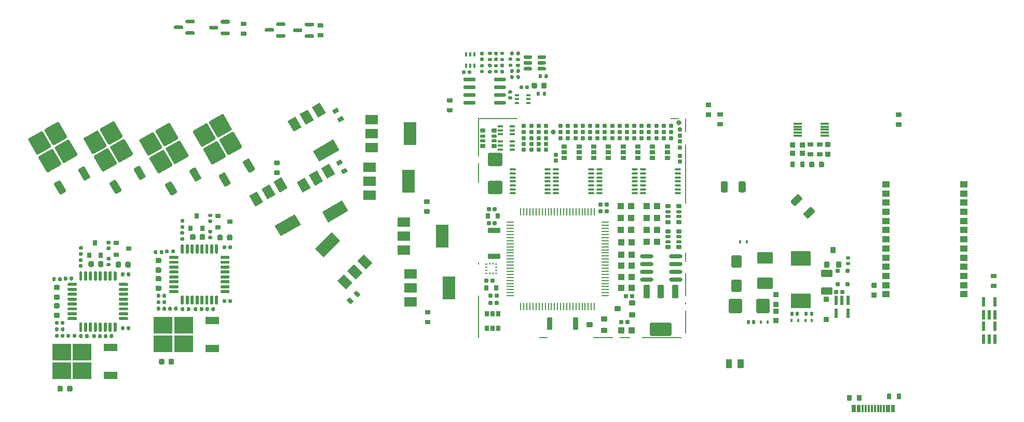
<source format=gtp>
G75*
G70*
%OFA0B0*%
%FSLAX25Y25*%
%IPPOS*%
%LPD*%
%AMOC8*
5,1,8,0,0,1.08239X$1,22.5*
%
%AMM164*
21,1,0.086610,0.073230,0.000000,-0.000000,180.000000*
21,1,0.069290,0.090550,0.000000,-0.000000,180.000000*
1,1,0.017320,-0.034650,0.036610*
1,1,0.017320,0.034650,0.036610*
1,1,0.017320,0.034650,-0.036610*
1,1,0.017320,-0.034650,-0.036610*
%
%AMM165*
21,1,0.094490,0.111020,0.000000,-0.000000,270.000000*
21,1,0.075590,0.129920,0.000000,-0.000000,270.000000*
1,1,0.018900,-0.055510,-0.037800*
1,1,0.018900,-0.055510,0.037800*
1,1,0.018900,0.055510,0.037800*
1,1,0.018900,0.055510,-0.037800*
%
%AMM166*
21,1,0.074800,0.083460,0.000000,-0.000000,270.000000*
21,1,0.059840,0.098430,0.000000,-0.000000,270.000000*
1,1,0.014960,-0.041730,-0.029920*
1,1,0.014960,-0.041730,0.029920*
1,1,0.014960,0.041730,0.029920*
1,1,0.014960,0.041730,-0.029920*
%
%AMM167*
21,1,0.078740,0.053540,0.000000,-0.000000,90.000000*
21,1,0.065350,0.066930,0.000000,-0.000000,90.000000*
1,1,0.013390,0.026770,0.032680*
1,1,0.013390,0.026770,-0.032680*
1,1,0.013390,-0.026770,-0.032680*
1,1,0.013390,-0.026770,0.032680*
%
%AMM168*
21,1,0.035430,0.030320,0.000000,-0.000000,0.000000*
21,1,0.028350,0.037400,0.000000,-0.000000,0.000000*
1,1,0.007090,0.014170,-0.015160*
1,1,0.007090,-0.014170,-0.015160*
1,1,0.007090,-0.014170,0.015160*
1,1,0.007090,0.014170,0.015160*
%
%AMM169*
21,1,0.021650,0.052760,0.000000,-0.000000,180.000000*
21,1,0.017320,0.057090,0.000000,-0.000000,180.000000*
1,1,0.004330,-0.008660,0.026380*
1,1,0.004330,0.008660,0.026380*
1,1,0.004330,0.008660,-0.026380*
1,1,0.004330,-0.008660,-0.026380*
%
%AMM170*
21,1,0.035830,0.026770,0.000000,-0.000000,270.000000*
21,1,0.029130,0.033470,0.000000,-0.000000,270.000000*
1,1,0.006690,-0.013390,-0.014570*
1,1,0.006690,-0.013390,0.014570*
1,1,0.006690,0.013390,0.014570*
1,1,0.006690,0.013390,-0.014570*
%
%AMM171*
21,1,0.070870,0.036220,0.000000,-0.000000,0.000000*
21,1,0.061810,0.045280,0.000000,-0.000000,0.000000*
1,1,0.009060,0.030910,-0.018110*
1,1,0.009060,-0.030910,-0.018110*
1,1,0.009060,-0.030910,0.018110*
1,1,0.009060,0.030910,0.018110*
%
%AMM172*
21,1,0.033470,0.026770,0.000000,-0.000000,270.000000*
21,1,0.026770,0.033470,0.000000,-0.000000,270.000000*
1,1,0.006690,-0.013390,-0.013390*
1,1,0.006690,-0.013390,0.013390*
1,1,0.006690,0.013390,0.013390*
1,1,0.006690,0.013390,-0.013390*
%
%AMM173*
21,1,0.015750,0.016540,0.000000,-0.000000,180.000000*
21,1,0.012600,0.019680,0.000000,-0.000000,180.000000*
1,1,0.003150,-0.006300,0.008270*
1,1,0.003150,0.006300,0.008270*
1,1,0.003150,0.006300,-0.008270*
1,1,0.003150,-0.006300,-0.008270*
%
%AMM174*
21,1,0.023620,0.018900,0.000000,-0.000000,0.000000*
21,1,0.018900,0.023620,0.000000,-0.000000,0.000000*
1,1,0.004720,0.009450,-0.009450*
1,1,0.004720,-0.009450,-0.009450*
1,1,0.004720,-0.009450,0.009450*
1,1,0.004720,0.009450,0.009450*
%
%AMM175*
21,1,0.019680,0.019680,0.000000,-0.000000,270.000000*
21,1,0.015750,0.023620,0.000000,-0.000000,270.000000*
1,1,0.003940,-0.009840,-0.007870*
1,1,0.003940,-0.009840,0.007870*
1,1,0.003940,0.009840,0.007870*
1,1,0.003940,0.009840,-0.007870*
%
%AMM176*
21,1,0.019680,0.019680,0.000000,-0.000000,180.000000*
21,1,0.015750,0.023620,0.000000,-0.000000,180.000000*
1,1,0.003940,-0.007870,0.009840*
1,1,0.003940,0.007870,0.009840*
1,1,0.003940,0.007870,-0.009840*
1,1,0.003940,-0.007870,-0.009840*
%
%AMM255*
21,1,0.025590,0.026380,-0.000000,-0.000000,90.000000*
21,1,0.020470,0.031500,-0.000000,-0.000000,90.000000*
1,1,0.005120,0.013190,0.010240*
1,1,0.005120,0.013190,-0.010240*
1,1,0.005120,-0.013190,-0.010240*
1,1,0.005120,-0.013190,0.010240*
%
%AMM256*
21,1,0.017720,0.027950,-0.000000,-0.000000,90.000000*
21,1,0.014170,0.031500,-0.000000,-0.000000,90.000000*
1,1,0.003540,0.013980,0.007090*
1,1,0.003540,0.013980,-0.007090*
1,1,0.003540,-0.013980,-0.007090*
1,1,0.003540,-0.013980,0.007090*
%
%AMM257*
21,1,0.012600,0.028980,-0.000000,-0.000000,270.000000*
21,1,0.010080,0.031500,-0.000000,-0.000000,270.000000*
1,1,0.002520,-0.014490,-0.005040*
1,1,0.002520,-0.014490,0.005040*
1,1,0.002520,0.014490,0.005040*
1,1,0.002520,0.014490,-0.005040*
%
%AMM258*
21,1,0.023620,0.030710,-0.000000,-0.000000,0.000000*
21,1,0.018900,0.035430,-0.000000,-0.000000,0.000000*
1,1,0.004720,0.009450,-0.015350*
1,1,0.004720,-0.009450,-0.015350*
1,1,0.004720,-0.009450,0.015350*
1,1,0.004720,0.009450,0.015350*
%
%AMM259*
21,1,0.027560,0.018900,-0.000000,-0.000000,270.000000*
21,1,0.022840,0.023620,-0.000000,-0.000000,270.000000*
1,1,0.004720,-0.009450,-0.011420*
1,1,0.004720,-0.009450,0.011420*
1,1,0.004720,0.009450,0.011420*
1,1,0.004720,0.009450,-0.011420*
%
%AMM260*
21,1,0.031500,0.072440,-0.000000,-0.000000,270.000000*
21,1,0.025200,0.078740,-0.000000,-0.000000,270.000000*
1,1,0.006300,-0.036220,-0.012600*
1,1,0.006300,-0.036220,0.012600*
1,1,0.006300,0.036220,0.012600*
1,1,0.006300,0.036220,-0.012600*
%
%AMM261*
21,1,0.027560,0.018900,-0.000000,-0.000000,0.000000*
21,1,0.022840,0.023620,-0.000000,-0.000000,0.000000*
1,1,0.004720,0.011420,-0.009450*
1,1,0.004720,-0.011420,-0.009450*
1,1,0.004720,-0.011420,0.009450*
1,1,0.004720,0.011420,0.009450*
%
%AMM262*
21,1,0.023620,0.030710,-0.000000,-0.000000,90.000000*
21,1,0.018900,0.035430,-0.000000,-0.000000,90.000000*
1,1,0.004720,0.015350,0.009450*
1,1,0.004720,0.015350,-0.009450*
1,1,0.004720,-0.015350,-0.009450*
1,1,0.004720,-0.015350,0.009450*
%
%AMM263*
21,1,0.035430,0.030320,-0.000000,-0.000000,90.000000*
21,1,0.028350,0.037400,-0.000000,-0.000000,90.000000*
1,1,0.007090,0.015160,0.014170*
1,1,0.007090,0.015160,-0.014170*
1,1,0.007090,-0.015160,-0.014170*
1,1,0.007090,-0.015160,0.014170*
%
%AMM264*
21,1,0.043310,0.075980,-0.000000,-0.000000,180.000000*
21,1,0.034650,0.084650,-0.000000,-0.000000,180.000000*
1,1,0.008660,-0.017320,0.037990*
1,1,0.008660,0.017320,0.037990*
1,1,0.008660,0.017320,-0.037990*
1,1,0.008660,-0.017320,-0.037990*
%
%AMM265*
21,1,0.039370,0.035430,-0.000000,-0.000000,180.000000*
21,1,0.031500,0.043310,-0.000000,-0.000000,180.000000*
1,1,0.007870,-0.015750,0.017720*
1,1,0.007870,0.015750,0.017720*
1,1,0.007870,0.015750,-0.017720*
1,1,0.007870,-0.015750,-0.017720*
%
%AMM266*
21,1,0.027560,0.030710,-0.000000,-0.000000,180.000000*
21,1,0.022050,0.036220,-0.000000,-0.000000,180.000000*
1,1,0.005510,-0.011020,0.015350*
1,1,0.005510,0.011020,0.015350*
1,1,0.005510,0.011020,-0.015350*
1,1,0.005510,-0.011020,-0.015350*
%
%AMM267*
21,1,0.031500,0.072440,-0.000000,-0.000000,180.000000*
21,1,0.025200,0.078740,-0.000000,-0.000000,180.000000*
1,1,0.006300,-0.012600,0.036220*
1,1,0.006300,0.012600,0.036220*
1,1,0.006300,0.012600,-0.036220*
1,1,0.006300,-0.012600,-0.036220*
%
%AMM268*
21,1,0.137800,0.067720,-0.000000,-0.000000,180.000000*
21,1,0.120870,0.084650,-0.000000,-0.000000,180.000000*
1,1,0.016930,-0.060430,0.033860*
1,1,0.016930,0.060430,0.033860*
1,1,0.016930,0.060430,-0.033860*
1,1,0.016930,-0.060430,-0.033860*
%
%AMM269*
21,1,0.043310,0.075990,-0.000000,-0.000000,180.000000*
21,1,0.034650,0.084650,-0.000000,-0.000000,180.000000*
1,1,0.008660,-0.017320,0.037990*
1,1,0.008660,0.017320,0.037990*
1,1,0.008660,0.017320,-0.037990*
1,1,0.008660,-0.017320,-0.037990*
%
%AMM270*
21,1,0.086610,0.073230,-0.000000,-0.000000,270.000000*
21,1,0.069290,0.090550,-0.000000,-0.000000,270.000000*
1,1,0.017320,-0.036610,-0.034650*
1,1,0.017320,-0.036610,0.034650*
1,1,0.017320,0.036610,0.034650*
1,1,0.017320,0.036610,-0.034650*
%
%AMM97*
21,1,0.021650,0.052760,-0.000000,0.000000,0.000000*
21,1,0.017320,0.057090,-0.000000,0.000000,0.000000*
1,1,0.004330,0.008660,-0.026380*
1,1,0.004330,-0.008660,-0.026380*
1,1,0.004330,-0.008660,0.026380*
1,1,0.004330,0.008660,0.026380*
%
%ADD105C,0.03150*%
%ADD11R,0.07874X0.05906*%
%ADD12R,0.07874X0.14961*%
%ADD137R,0.02559X0.01575*%
%ADD138R,0.01575X0.02559*%
%ADD140R,0.05512X0.01181*%
%ADD141R,0.03543X0.03150*%
%ADD145R,0.03150X0.03543*%
%ADD165O,0.04724X0.00866*%
%ADD166O,0.00866X0.04724*%
%ADD167O,0.04331X0.01181*%
%ADD170R,0.01378X0.00984*%
%ADD171R,0.00984X0.01378*%
%ADD176O,0.08661X0.02362*%
%ADD254M97*%
%ADD324M164*%
%ADD325M165*%
%ADD326M166*%
%ADD327M167*%
%ADD328M168*%
%ADD329M169*%
%ADD330M170*%
%ADD331M171*%
%ADD332M172*%
%ADD333M173*%
%ADD334M174*%
%ADD335M175*%
%ADD336M176*%
%ADD366R,0.08661X0.04724*%
%ADD370R,0.12008X0.10827*%
%ADD448M255*%
%ADD449M256*%
%ADD45R,0.01181X0.04528*%
%ADD450M257*%
%ADD451M258*%
%ADD452M259*%
%ADD453M260*%
%ADD454M261*%
%ADD455M262*%
%ADD456M263*%
%ADD457M264*%
%ADD458M265*%
%ADD459M266*%
%ADD460M267*%
%ADD461M268*%
%ADD462M269*%
%ADD463M270*%
%ADD48R,0.00787X0.14567*%
%ADD49R,0.00787X0.01575*%
%ADD50R,0.00787X0.06299*%
%ADD51R,0.00787X0.38189*%
%ADD52R,0.00787X0.09055*%
%ADD53R,0.05512X0.00787*%
%ADD54R,0.25197X0.00787*%
%ADD55R,0.06693X0.00787*%
%ADD56R,0.12992X0.00787*%
%ADD57R,0.00787X0.27559*%
%ADD58R,0.00787X0.12992*%
%ADD59R,0.00787X0.24803*%
%ADD60R,0.05118X0.03937*%
X0000000Y0000000D02*
%LPD*%
G01*
G36*
G01*
X0462500Y0062106D02*
X0462500Y0057185D01*
G75*
G02*
X0462106Y0056791I-000394J0000000D01*
G01*
X0458957Y0056791D01*
G75*
G02*
X0458563Y0057185I0000000J0000394D01*
G01*
X0458563Y0062106D01*
G75*
G02*
X0458957Y0062500I0000394J0000000D01*
G01*
X0462106Y0062500D01*
G75*
G02*
X0462500Y0062106I0000000J-000394D01*
G01*
G37*
G36*
G01*
X0455020Y0062106D02*
X0455020Y0057185D01*
G75*
G02*
X0454626Y0056791I-000394J0000000D01*
G01*
X0451476Y0056791D01*
G75*
G02*
X0451083Y0057185I0000000J0000394D01*
G01*
X0451083Y0062106D01*
G75*
G02*
X0451476Y0062500I0000394J0000000D01*
G01*
X0454626Y0062500D01*
G75*
G02*
X0455020Y0062106I0000000J-000394D01*
G01*
G37*
G36*
G01*
X0560571Y0221260D02*
X0563642Y0221260D01*
G75*
G02*
X0563917Y0220984I0000000J-000276D01*
G01*
X0563917Y0218780D01*
G75*
G02*
X0563642Y0218504I-000276J0000000D01*
G01*
X0560571Y0218504D01*
G75*
G02*
X0560295Y0218780I0000000J0000276D01*
G01*
X0560295Y0220984D01*
G75*
G02*
X0560571Y0221260I0000276J0000000D01*
G01*
G37*
G36*
G01*
X0560571Y0214961D02*
X0563642Y0214961D01*
G75*
G02*
X0563917Y0214685I0000000J-000276D01*
G01*
X0563917Y0212480D01*
G75*
G02*
X0563642Y0212205I-000276J0000000D01*
G01*
X0560571Y0212205D01*
G75*
G02*
X0560295Y0212480I0000000J0000276D01*
G01*
X0560295Y0214685D01*
G75*
G02*
X0560571Y0214961I0000276J0000000D01*
G01*
G37*
D11*
X0223524Y0216831D03*
X0223524Y0207776D03*
X0223524Y0198721D03*
D12*
X0248327Y0207776D03*
G36*
X0191112Y0185508D02*
G01*
X0196226Y0188461D01*
X0200163Y0181642D01*
X0195049Y0178689D01*
X0191112Y0185508D01*
G37*
G36*
X0183270Y0180980D02*
G01*
X0188384Y0183933D01*
X0192321Y0177114D01*
X0187207Y0174161D01*
X0183270Y0180980D01*
G37*
G36*
X0175428Y0176453D02*
G01*
X0180542Y0179406D01*
X0184479Y0172587D01*
X0179365Y0169634D01*
X0175428Y0176453D01*
G37*
G36*
X0191750Y0157237D02*
G01*
X0204706Y0164717D01*
X0208643Y0157898D01*
X0195687Y0150417D01*
X0191750Y0157237D01*
G37*
G36*
G01*
X0563681Y0040020D02*
X0563681Y0036949D01*
G75*
G02*
X0563405Y0036673I-000276J0000000D01*
G01*
X0561201Y0036673D01*
G75*
G02*
X0560925Y0036949I0000000J0000276D01*
G01*
X0560925Y0040020D01*
G75*
G02*
X0561201Y0040295I0000276J0000000D01*
G01*
X0563405Y0040295D01*
G75*
G02*
X0563681Y0040020I0000000J-000276D01*
G01*
G37*
G36*
G01*
X0557382Y0040020D02*
X0557382Y0036949D01*
G75*
G02*
X0557106Y0036673I-000276J0000000D01*
G01*
X0554902Y0036673D01*
G75*
G02*
X0554626Y0036949I0000000J0000276D01*
G01*
X0554626Y0040020D01*
G75*
G02*
X0554902Y0040295I0000276J0000000D01*
G01*
X0557106Y0040295D01*
G75*
G02*
X0557382Y0040020I0000000J-000276D01*
G01*
G37*
G36*
X0211274Y0111593D02*
G01*
X0207098Y0107417D01*
X0201530Y0112985D01*
X0205706Y0117160D01*
X0211274Y0111593D01*
G37*
G36*
X0217676Y0117996D02*
G01*
X0213501Y0113820D01*
X0207933Y0119387D01*
X0212109Y0123563D01*
X0217676Y0117996D01*
G37*
G36*
X0224079Y0124398D02*
G01*
X0219904Y0120223D01*
X0214336Y0125790D01*
X0218512Y0129966D01*
X0224079Y0124398D01*
G37*
G36*
X0203339Y0138735D02*
G01*
X0192761Y0128157D01*
X0187193Y0133724D01*
X0197772Y0144303D01*
X0203339Y0138735D01*
G37*
G36*
G01*
X0257421Y0165256D02*
X0260492Y0165256D01*
G75*
G02*
X0260768Y0164980I0000000J-000276D01*
G01*
X0260768Y0162776D01*
G75*
G02*
X0260492Y0162500I-000276J0000000D01*
G01*
X0257421Y0162500D01*
G75*
G02*
X0257146Y0162776I0000000J0000276D01*
G01*
X0257146Y0164980D01*
G75*
G02*
X0257421Y0165256I0000276J0000000D01*
G01*
G37*
G36*
G01*
X0257421Y0158957D02*
X0260492Y0158957D01*
G75*
G02*
X0260768Y0158681I0000000J-000276D01*
G01*
X0260768Y0156477D01*
G75*
G02*
X0260492Y0156201I-000276J0000000D01*
G01*
X0257421Y0156201D01*
G75*
G02*
X0257146Y0156477I0000000J0000276D01*
G01*
X0257146Y0158681D01*
G75*
G02*
X0257421Y0158957I0000276J0000000D01*
G01*
G37*
G36*
G01*
X0441398Y0218504D02*
X0438327Y0218504D01*
G75*
G02*
X0438051Y0218780I0000000J0000276D01*
G01*
X0438051Y0220984D01*
G75*
G02*
X0438327Y0221260I0000276J0000000D01*
G01*
X0441398Y0221260D01*
G75*
G02*
X0441673Y0220984I0000000J-000276D01*
G01*
X0441673Y0218780D01*
G75*
G02*
X0441398Y0218504I-000276J0000000D01*
G01*
G37*
G36*
G01*
X0441398Y0224803D02*
X0438327Y0224803D01*
G75*
G02*
X0438051Y0225079I0000000J0000276D01*
G01*
X0438051Y0227284D01*
G75*
G02*
X0438327Y0227559I0000276J0000000D01*
G01*
X0441398Y0227559D01*
G75*
G02*
X0441673Y0227284I0000000J-000276D01*
G01*
X0441673Y0225079D01*
G75*
G02*
X0441398Y0224803I-000276J0000000D01*
G01*
G37*
G36*
G01*
X0261083Y0084941D02*
X0258012Y0084941D01*
G75*
G02*
X0257736Y0085217I0000000J0000276D01*
G01*
X0257736Y0087421D01*
G75*
G02*
X0258012Y0087697I0000276J0000000D01*
G01*
X0261083Y0087697D01*
G75*
G02*
X0261358Y0087421I0000000J-000276D01*
G01*
X0261358Y0085217D01*
G75*
G02*
X0261083Y0084941I-000276J0000000D01*
G01*
G37*
G36*
G01*
X0261083Y0091240D02*
X0258012Y0091240D01*
G75*
G02*
X0257736Y0091516I0000000J0000276D01*
G01*
X0257736Y0093721D01*
G75*
G02*
X0258012Y0093996I0000276J0000000D01*
G01*
X0261083Y0093996D01*
G75*
G02*
X0261358Y0093721I0000000J-000276D01*
G01*
X0261358Y0091516D01*
G75*
G02*
X0261083Y0091240I-000276J0000000D01*
G01*
G37*
G36*
G01*
X0161161Y0190256D02*
X0164232Y0190256D01*
G75*
G02*
X0164508Y0189980I0000000J-000276D01*
G01*
X0164508Y0187776D01*
G75*
G02*
X0164232Y0187500I-000276J0000000D01*
G01*
X0161161Y0187500D01*
G75*
G02*
X0160886Y0187776I0000000J0000276D01*
G01*
X0160886Y0189980D01*
G75*
G02*
X0161161Y0190256I0000276J0000000D01*
G01*
G37*
G36*
G01*
X0161161Y0183957D02*
X0164232Y0183957D01*
G75*
G02*
X0164508Y0183681I0000000J-000276D01*
G01*
X0164508Y0181477D01*
G75*
G02*
X0164232Y0181201I-000276J0000000D01*
G01*
X0161161Y0181201D01*
G75*
G02*
X0160886Y0181477I0000000J0000276D01*
G01*
X0160886Y0183681D01*
G75*
G02*
X0161161Y0183957I0000276J0000000D01*
G01*
G37*
D11*
X0244193Y0150886D03*
X0244193Y0141831D03*
X0244193Y0132776D03*
D12*
X0268996Y0141831D03*
G36*
X0160600Y0176650D02*
G01*
X0165714Y0179603D01*
X0169651Y0172783D01*
X0164537Y0169831D01*
X0160600Y0176650D01*
G37*
G36*
X0152758Y0172122D02*
G01*
X0157872Y0175075D01*
X0161809Y0168256D01*
X0156695Y0165303D01*
X0152758Y0172122D01*
G37*
G36*
X0144916Y0167595D02*
G01*
X0150030Y0170547D01*
X0153967Y0163728D01*
X0148853Y0160776D01*
X0144916Y0167595D01*
G37*
G36*
X0161238Y0148378D02*
G01*
X0174195Y0155859D01*
X0178132Y0149039D01*
X0165175Y0141559D01*
X0161238Y0148378D01*
G37*
D11*
X0222342Y0186122D03*
X0222342Y0177067D03*
X0222342Y0168012D03*
D12*
X0247146Y0177067D03*
G36*
G01*
X0142776Y0270669D02*
X0139705Y0270669D01*
G75*
G02*
X0139429Y0270945I0000000J0000276D01*
G01*
X0139429Y0273150D01*
G75*
G02*
X0139705Y0273425I0000276J0000000D01*
G01*
X0142776Y0273425D01*
G75*
G02*
X0143051Y0273150I0000000J-000276D01*
G01*
X0143051Y0270945D01*
G75*
G02*
X0142776Y0270669I-000276J0000000D01*
G01*
G37*
G36*
G01*
X0142776Y0276969D02*
X0139705Y0276969D01*
G75*
G02*
X0139429Y0277244I0000000J0000276D01*
G01*
X0139429Y0279449D01*
G75*
G02*
X0139705Y0279725I0000276J0000000D01*
G01*
X0142776Y0279725D01*
G75*
G02*
X0143051Y0279449I0000000J-000276D01*
G01*
X0143051Y0277244D01*
G75*
G02*
X0142776Y0276969I-000276J0000000D01*
G01*
G37*
G36*
G01*
X0547697Y0102205D02*
X0545020Y0102205D01*
G75*
G02*
X0544685Y0102539I0000000J0000335D01*
G01*
X0544685Y0105217D01*
G75*
G02*
X0545020Y0105551I0000335J0000000D01*
G01*
X0547697Y0105551D01*
G75*
G02*
X0548031Y0105217I0000000J-000335D01*
G01*
X0548031Y0102539D01*
G75*
G02*
X0547697Y0102205I-000335J0000000D01*
G01*
G37*
G36*
G01*
X0547697Y0108425D02*
X0545020Y0108425D01*
G75*
G02*
X0544685Y0108760I0000000J0000335D01*
G01*
X0544685Y0111437D01*
G75*
G02*
X0545020Y0111772I0000335J0000000D01*
G01*
X0547697Y0111772D01*
G75*
G02*
X0548031Y0111437I0000000J-000335D01*
G01*
X0548031Y0108760D01*
G75*
G02*
X0547697Y0108425I-000335J0000000D01*
G01*
G37*
G36*
X0185206Y0224780D02*
G01*
X0190320Y0227732D01*
X0194257Y0220913D01*
X0189143Y0217961D01*
X0185206Y0224780D01*
G37*
G36*
X0177364Y0220252D02*
G01*
X0182478Y0223205D01*
X0186415Y0216386D01*
X0181301Y0213433D01*
X0177364Y0220252D01*
G37*
G36*
X0169522Y0215725D02*
G01*
X0174636Y0218677D01*
X0178573Y0211858D01*
X0173459Y0208905D01*
X0169522Y0215725D01*
G37*
G36*
X0185845Y0196508D02*
G01*
X0198801Y0203988D01*
X0202738Y0197169D01*
X0189782Y0189689D01*
X0185845Y0196508D01*
G37*
G36*
G01*
X0209794Y0097977D02*
X0207622Y0100148D01*
G75*
G02*
X0207622Y0100538I0000195J0000195D01*
G01*
X0209181Y0102097D01*
G75*
G02*
X0209571Y0102097I0000195J-000195D01*
G01*
X0211742Y0099925D01*
G75*
G02*
X0211742Y0099536I-000195J-000195D01*
G01*
X0210183Y0097977D01*
G75*
G02*
X0209794Y0097977I-000195J0000195D01*
G01*
G37*
G36*
G01*
X0214248Y0102431D02*
X0212076Y0104602D01*
G75*
G02*
X0212076Y0104992I0000195J0000195D01*
G01*
X0213635Y0106551D01*
G75*
G02*
X0214025Y0106551I0000195J-000195D01*
G01*
X0216197Y0104380D01*
G75*
G02*
X0216197Y0103990I-000195J-000195D01*
G01*
X0214638Y0102431D01*
G75*
G02*
X0214248Y0102431I-000195J0000195D01*
G01*
G37*
D45*
X0532579Y0030788D03*
X0535728Y0030788D03*
X0540846Y0030788D03*
X0544783Y0030788D03*
X0546752Y0030788D03*
X0550689Y0030788D03*
X0555807Y0030788D03*
X0558957Y0030788D03*
X0557776Y0030788D03*
X0554626Y0030788D03*
X0552657Y0030788D03*
X0548720Y0030788D03*
X0542815Y0030788D03*
X0538878Y0030788D03*
X0536909Y0030788D03*
X0533760Y0030788D03*
G36*
G01*
X0098112Y0169344D02*
X0095725Y0167966D01*
G75*
G02*
X0094381Y0168326I-000492J0000852D01*
G01*
X0091034Y0174122D01*
G75*
G02*
X0091394Y0175467I0000852J0000492D01*
G01*
X0093781Y0176845D01*
G75*
G02*
X0095126Y0176485I0000492J-000852D01*
G01*
X0098472Y0170688D01*
G75*
G02*
X0098112Y0169344I-000852J-000492D01*
G01*
G37*
G36*
G01*
X0095061Y0186676D02*
X0087389Y0182247D01*
G75*
G02*
X0086045Y0182607I-000492J0000852D01*
G01*
X0081025Y0191301D01*
G75*
G02*
X0081385Y0192646I0000852J0000492D01*
G01*
X0089057Y0197075D01*
G75*
G02*
X0090401Y0196715I0000492J-000852D01*
G01*
X0095421Y0188020D01*
G75*
G02*
X0095061Y0186676I-000852J-000492D01*
G01*
G37*
G36*
G01*
X0105460Y0192680D02*
X0097788Y0188251D01*
G75*
G02*
X0096444Y0188611I-000492J0000852D01*
G01*
X0091424Y0197305D01*
G75*
G02*
X0091784Y0198650I0000852J0000492D01*
G01*
X0099456Y0203079D01*
G75*
G02*
X0100800Y0202719I0000492J-000852D01*
G01*
X0105820Y0194024D01*
G75*
G02*
X0105460Y0192680I-000852J-000492D01*
G01*
G37*
G36*
G01*
X0088466Y0198098D02*
X0080795Y0193669D01*
G75*
G02*
X0079450Y0194029I-000492J0000852D01*
G01*
X0074430Y0202723D01*
G75*
G02*
X0074791Y0204068I0000852J0000492D01*
G01*
X0082462Y0208497D01*
G75*
G02*
X0083807Y0208137I0000492J-000852D01*
G01*
X0088826Y0199442D01*
G75*
G02*
X0088466Y0198098I-000852J-000492D01*
G01*
G37*
G36*
G01*
X0098865Y0204102D02*
X0091194Y0199673D01*
G75*
G02*
X0089849Y0200033I-000492J0000852D01*
G01*
X0084830Y0208727D01*
G75*
G02*
X0085190Y0210072I0000852J0000492D01*
G01*
X0092861Y0214501D01*
G75*
G02*
X0094206Y0214141I0000492J-000852D01*
G01*
X0099226Y0205446D01*
G75*
G02*
X0098865Y0204102I-000852J-000492D01*
G01*
G37*
G36*
G01*
X0113659Y0178320D02*
X0111273Y0176942D01*
G75*
G02*
X0109928Y0177303I-000492J0000852D01*
G01*
X0106582Y0183099D01*
G75*
G02*
X0106942Y0184443I0000852J0000492D01*
G01*
X0109329Y0185821D01*
G75*
G02*
X0110673Y0185461I0000492J-000852D01*
G01*
X0114020Y0179665D01*
G75*
G02*
X0113659Y0178320I-000852J-000492D01*
G01*
G37*
G36*
G01*
X0109842Y0273032D02*
X0109842Y0271851D01*
G75*
G02*
X0109252Y0271260I-000591J0000000D01*
G01*
X0104626Y0271260D01*
G75*
G02*
X0104035Y0271851I0000000J0000591D01*
G01*
X0104035Y0273032D01*
G75*
G02*
X0104626Y0273622I0000591J0000000D01*
G01*
X0109252Y0273622D01*
G75*
G02*
X0109842Y0273032I0000000J-000591D01*
G01*
G37*
G36*
G01*
X0102461Y0276772D02*
X0102461Y0275591D01*
G75*
G02*
X0101870Y0275000I-000591J0000000D01*
G01*
X0097244Y0275000D01*
G75*
G02*
X0096654Y0275591I0000000J0000591D01*
G01*
X0096654Y0276772D01*
G75*
G02*
X0097244Y0277362I0000591J0000000D01*
G01*
X0101870Y0277362D01*
G75*
G02*
X0102461Y0276772I0000000J-000591D01*
G01*
G37*
G36*
G01*
X0109842Y0280512D02*
X0109842Y0279331D01*
G75*
G02*
X0109252Y0278740I-000591J0000000D01*
G01*
X0104626Y0278740D01*
G75*
G02*
X0104035Y0279331I0000000J0000591D01*
G01*
X0104035Y0280512D01*
G75*
G02*
X0104626Y0281102I0000591J0000000D01*
G01*
X0109252Y0281102D01*
G75*
G02*
X0109842Y0280512I0000000J-000591D01*
G01*
G37*
G36*
G01*
X0272185Y0230512D02*
X0275256Y0230512D01*
G75*
G02*
X0275531Y0230236I0000000J-000276D01*
G01*
X0275531Y0228032D01*
G75*
G02*
X0275256Y0227756I-000276J0000000D01*
G01*
X0272185Y0227756D01*
G75*
G02*
X0271909Y0228032I0000000J0000276D01*
G01*
X0271909Y0230236D01*
G75*
G02*
X0272185Y0230512I0000276J0000000D01*
G01*
G37*
G36*
G01*
X0272185Y0224213D02*
X0275256Y0224213D01*
G75*
G02*
X0275531Y0223937I0000000J-000276D01*
G01*
X0275531Y0221732D01*
G75*
G02*
X0275256Y0221457I-000276J0000000D01*
G01*
X0272185Y0221457D01*
G75*
G02*
X0271909Y0221732I0000000J0000276D01*
G01*
X0271909Y0223937D01*
G75*
G02*
X0272185Y0224213I0000276J0000000D01*
G01*
G37*
G36*
G01*
X0132561Y0175053D02*
X0130174Y0173675D01*
G75*
G02*
X0128829Y0174035I-000492J0000852D01*
G01*
X0125483Y0179831D01*
G75*
G02*
X0125843Y0181176I0000852J0000492D01*
G01*
X0128230Y0182554D01*
G75*
G02*
X0129574Y0182193I0000492J-000852D01*
G01*
X0132921Y0176397D01*
G75*
G02*
X0132561Y0175053I-000852J-000492D01*
G01*
G37*
G36*
G01*
X0129509Y0192384D02*
X0121838Y0187955D01*
G75*
G02*
X0120493Y0188316I-000492J0000852D01*
G01*
X0115474Y0197010D01*
G75*
G02*
X0115834Y0198354I0000852J0000492D01*
G01*
X0123505Y0202784D01*
G75*
G02*
X0124850Y0202423I0000492J-000852D01*
G01*
X0129870Y0193729D01*
G75*
G02*
X0129509Y0192384I-000852J-000492D01*
G01*
G37*
G36*
G01*
X0139909Y0198388D02*
X0132237Y0193959D01*
G75*
G02*
X0130893Y0194320I-000492J0000852D01*
G01*
X0125873Y0203014D01*
G75*
G02*
X0126233Y0204358I0000852J0000492D01*
G01*
X0133905Y0208788D01*
G75*
G02*
X0135249Y0208427I0000492J-000852D01*
G01*
X0140269Y0199733D01*
G75*
G02*
X0139909Y0198388I-000852J-000492D01*
G01*
G37*
G36*
G01*
X0122915Y0203806D02*
X0115243Y0199377D01*
G75*
G02*
X0113899Y0199738I-000492J0000852D01*
G01*
X0108879Y0208432D01*
G75*
G02*
X0109240Y0209776I0000852J0000492D01*
G01*
X0116911Y0214206D01*
G75*
G02*
X0118256Y0213845I0000492J-000852D01*
G01*
X0123275Y0205151D01*
G75*
G02*
X0122915Y0203806I-000852J-000492D01*
G01*
G37*
G36*
G01*
X0133314Y0209810D02*
X0125643Y0205381D01*
G75*
G02*
X0124298Y0205742I-000492J0000852D01*
G01*
X0119278Y0214436D01*
G75*
G02*
X0119639Y0215780I0000852J0000492D01*
G01*
X0127310Y0220210D01*
G75*
G02*
X0128655Y0219849I0000492J-000852D01*
G01*
X0133674Y0211155D01*
G75*
G02*
X0133314Y0209810I-000852J-000492D01*
G01*
G37*
G36*
G01*
X0148108Y0184029D02*
X0145721Y0182651D01*
G75*
G02*
X0144377Y0183011I-000492J0000852D01*
G01*
X0141030Y0188807D01*
G75*
G02*
X0141391Y0190152I0000852J0000492D01*
G01*
X0143777Y0191530D01*
G75*
G02*
X0145122Y0191170I0000492J-000852D01*
G01*
X0148468Y0185373D01*
G75*
G02*
X0148108Y0184029I-000852J-000492D01*
G01*
G37*
G36*
G01*
X0192185Y0269685D02*
X0189114Y0269685D01*
G75*
G02*
X0188839Y0269961I0000000J0000276D01*
G01*
X0188839Y0272165D01*
G75*
G02*
X0189114Y0272441I0000276J0000000D01*
G01*
X0192185Y0272441D01*
G75*
G02*
X0192461Y0272165I0000000J-000276D01*
G01*
X0192461Y0269961D01*
G75*
G02*
X0192185Y0269685I-000276J0000000D01*
G01*
G37*
G36*
G01*
X0192185Y0275984D02*
X0189114Y0275984D01*
G75*
G02*
X0188839Y0276260I0000000J0000276D01*
G01*
X0188839Y0278465D01*
G75*
G02*
X0189114Y0278740I0000276J0000000D01*
G01*
X0192185Y0278740D01*
G75*
G02*
X0192461Y0278465I0000000J-000276D01*
G01*
X0192461Y0276260D01*
G75*
G02*
X0192185Y0275984I-000276J0000000D01*
G01*
G37*
G36*
G01*
X0624665Y0108268D02*
X0621594Y0108268D01*
G75*
G02*
X0621319Y0108543I0000000J0000276D01*
G01*
X0621319Y0110748D01*
G75*
G02*
X0621594Y0111024I0000276J0000000D01*
G01*
X0624665Y0111024D01*
G75*
G02*
X0624941Y0110748I0000000J-000276D01*
G01*
X0624941Y0108543D01*
G75*
G02*
X0624665Y0108268I-000276J0000000D01*
G01*
G37*
G36*
G01*
X0624665Y0114567D02*
X0621594Y0114567D01*
G75*
G02*
X0621319Y0114843I0000000J0000276D01*
G01*
X0621319Y0117047D01*
G75*
G02*
X0621594Y0117323I0000276J0000000D01*
G01*
X0624665Y0117323D01*
G75*
G02*
X0624941Y0117047I0000000J-000276D01*
G01*
X0624941Y0114843D01*
G75*
G02*
X0624665Y0114567I-000276J0000000D01*
G01*
G37*
G36*
G01*
X0062416Y0170380D02*
X0060029Y0169002D01*
G75*
G02*
X0058684Y0169362I-000492J0000852D01*
G01*
X0055338Y0175158D01*
G75*
G02*
X0055698Y0176503I0000852J0000492D01*
G01*
X0058085Y0177881D01*
G75*
G02*
X0059429Y0177520I0000492J-000852D01*
G01*
X0062776Y0171724D01*
G75*
G02*
X0062416Y0170380I-000852J-000492D01*
G01*
G37*
G36*
G01*
X0059365Y0187712D02*
X0051693Y0183282D01*
G75*
G02*
X0050349Y0183643I-000492J0000852D01*
G01*
X0045329Y0192337D01*
G75*
G02*
X0045689Y0193682I0000852J0000492D01*
G01*
X0053361Y0198111D01*
G75*
G02*
X0054705Y0197750I0000492J-000852D01*
G01*
X0059725Y0189056D01*
G75*
G02*
X0059365Y0187712I-000852J-000492D01*
G01*
G37*
G36*
G01*
X0069764Y0193716D02*
X0062092Y0189286D01*
G75*
G02*
X0060748Y0189647I-000492J0000852D01*
G01*
X0055728Y0198341D01*
G75*
G02*
X0056088Y0199686I0000852J0000492D01*
G01*
X0063760Y0204115D01*
G75*
G02*
X0065104Y0203754I0000492J-000852D01*
G01*
X0070124Y0195060D01*
G75*
G02*
X0069764Y0193716I-000852J-000492D01*
G01*
G37*
G36*
G01*
X0052770Y0199134D02*
X0045099Y0194704D01*
G75*
G02*
X0043754Y0195065I-000492J0000852D01*
G01*
X0038734Y0203759D01*
G75*
G02*
X0039095Y0205104I0000852J0000492D01*
G01*
X0046766Y0209533D01*
G75*
G02*
X0048111Y0209172I0000492J-000852D01*
G01*
X0053130Y0200478D01*
G75*
G02*
X0052770Y0199134I-000852J-000492D01*
G01*
G37*
G36*
G01*
X0063169Y0205138D02*
X0055498Y0200708D01*
G75*
G02*
X0054153Y0201069I-000492J0000852D01*
G01*
X0049133Y0209763D01*
G75*
G02*
X0049494Y0211108I0000852J0000492D01*
G01*
X0057165Y0215537D01*
G75*
G02*
X0058510Y0215176I0000492J-000852D01*
G01*
X0063529Y0206482D01*
G75*
G02*
X0063169Y0205138I-000852J-000492D01*
G01*
G37*
G36*
G01*
X0077963Y0179356D02*
X0075576Y0177978D01*
G75*
G02*
X0074232Y0178338I-000492J0000852D01*
G01*
X0070885Y0184135D01*
G75*
G02*
X0071246Y0185479I0000852J0000492D01*
G01*
X0073632Y0186857D01*
G75*
G02*
X0074977Y0186497I0000492J-000852D01*
G01*
X0078323Y0180701D01*
G75*
G02*
X0077963Y0179356I-000852J-000492D01*
G01*
G37*
G36*
G01*
X0132431Y0272835D02*
X0132431Y0271654D01*
G75*
G02*
X0131841Y0271063I-000591J0000000D01*
G01*
X0127215Y0271063D01*
G75*
G02*
X0126624Y0271654I0000000J0000591D01*
G01*
X0126624Y0272835D01*
G75*
G02*
X0127215Y0273425I0000591J0000000D01*
G01*
X0131841Y0273425D01*
G75*
G02*
X0132431Y0272835I0000000J-000591D01*
G01*
G37*
G36*
G01*
X0125049Y0276575D02*
X0125049Y0275394D01*
G75*
G02*
X0124459Y0274803I-000591J0000000D01*
G01*
X0119833Y0274803D01*
G75*
G02*
X0119242Y0275394I0000000J0000591D01*
G01*
X0119242Y0276575D01*
G75*
G02*
X0119833Y0277165I0000591J0000000D01*
G01*
X0124459Y0277165D01*
G75*
G02*
X0125049Y0276575I0000000J-000591D01*
G01*
G37*
G36*
G01*
X0132431Y0280315D02*
X0132431Y0279134D01*
G75*
G02*
X0131841Y0278543I-000591J0000000D01*
G01*
X0127215Y0278543D01*
G75*
G02*
X0126624Y0279134I0000000J0000591D01*
G01*
X0126624Y0280315D01*
G75*
G02*
X0127215Y0280906I0000591J0000000D01*
G01*
X0131841Y0280906D01*
G75*
G02*
X0132431Y0280315I0000000J-000591D01*
G01*
G37*
G36*
G01*
X0168110Y0271260D02*
X0168110Y0270079D01*
G75*
G02*
X0167520Y0269488I-000591J0000000D01*
G01*
X0162894Y0269488D01*
G75*
G02*
X0162303Y0270079I0000000J0000591D01*
G01*
X0162303Y0271260D01*
G75*
G02*
X0162894Y0271851I0000591J0000000D01*
G01*
X0167520Y0271851D01*
G75*
G02*
X0168110Y0271260I0000000J-000591D01*
G01*
G37*
G36*
G01*
X0160728Y0275000D02*
X0160728Y0273819D01*
G75*
G02*
X0160138Y0273228I-000591J0000000D01*
G01*
X0155512Y0273228D01*
G75*
G02*
X0154921Y0273819I0000000J0000591D01*
G01*
X0154921Y0275000D01*
G75*
G02*
X0155512Y0275591I0000591J0000000D01*
G01*
X0160138Y0275591D01*
G75*
G02*
X0160728Y0275000I0000000J-000591D01*
G01*
G37*
G36*
G01*
X0168110Y0278740D02*
X0168110Y0277559D01*
G75*
G02*
X0167520Y0276969I-000591J0000000D01*
G01*
X0162894Y0276969D01*
G75*
G02*
X0162303Y0277559I0000000J0000591D01*
G01*
X0162303Y0278740D01*
G75*
G02*
X0162894Y0279331I0000591J0000000D01*
G01*
X0167520Y0279331D01*
G75*
G02*
X0168110Y0278740I0000000J-000591D01*
G01*
G37*
D11*
X0248524Y0117421D03*
X0248524Y0108366D03*
X0248524Y0099311D03*
D12*
X0273327Y0108366D03*
G36*
G01*
X0205660Y0216532D02*
X0203001Y0214996D01*
G75*
G02*
X0202624Y0215097I-000138J0000239D01*
G01*
X0201522Y0217007D01*
G75*
G02*
X0201623Y0217383I0000239J0000138D01*
G01*
X0204282Y0218919D01*
G75*
G02*
X0204659Y0218818I0000138J-000239D01*
G01*
X0205761Y0216908D01*
G75*
G02*
X0205660Y0216532I-000239J-000138D01*
G01*
G37*
G36*
G01*
X0202511Y0221987D02*
X0199851Y0220452D01*
G75*
G02*
X0199475Y0220553I-000138J0000239D01*
G01*
X0198373Y0222462D01*
G75*
G02*
X0198473Y0222838I0000239J0000138D01*
G01*
X0201133Y0224374D01*
G75*
G02*
X0201509Y0224273I0000138J-000239D01*
G01*
X0202612Y0222364D01*
G75*
G02*
X0202511Y0221987I-000239J-000138D01*
G01*
G37*
G36*
G01*
X0186417Y0271063D02*
X0186417Y0269882D01*
G75*
G02*
X0185827Y0269291I-000591J0000000D01*
G01*
X0181201Y0269291D01*
G75*
G02*
X0180610Y0269882I0000000J0000591D01*
G01*
X0180610Y0271063D01*
G75*
G02*
X0181201Y0271654I0000591J0000000D01*
G01*
X0185827Y0271654D01*
G75*
G02*
X0186417Y0271063I0000000J-000591D01*
G01*
G37*
G36*
G01*
X0179035Y0274803D02*
X0179035Y0273622D01*
G75*
G02*
X0178445Y0273032I-000591J0000000D01*
G01*
X0173819Y0273032D01*
G75*
G02*
X0173228Y0273622I0000000J0000591D01*
G01*
X0173228Y0274803D01*
G75*
G02*
X0173819Y0275394I0000591J0000000D01*
G01*
X0178445Y0275394D01*
G75*
G02*
X0179035Y0274803I0000000J-000591D01*
G01*
G37*
G36*
G01*
X0186417Y0278543D02*
X0186417Y0277362D01*
G75*
G02*
X0185827Y0276772I-000591J0000000D01*
G01*
X0181201Y0276772D01*
G75*
G02*
X0180610Y0277362I0000000J0000591D01*
G01*
X0180610Y0278543D01*
G75*
G02*
X0181201Y0279134I0000591J0000000D01*
G01*
X0185827Y0279134D01*
G75*
G02*
X0186417Y0278543I0000000J-000591D01*
G01*
G37*
G36*
G01*
X0451457Y0169882D02*
X0448740Y0169882D01*
G75*
G02*
X0447835Y0170788I0000000J0000906D01*
G01*
X0447835Y0176063D01*
G75*
G02*
X0448740Y0176969I0000906J0000000D01*
G01*
X0451457Y0176969D01*
G75*
G02*
X0452362Y0176063I0000000J-000906D01*
G01*
X0452362Y0170788D01*
G75*
G02*
X0451457Y0169882I-000906J0000000D01*
G01*
G37*
G36*
G01*
X0462874Y0169882D02*
X0460157Y0169882D01*
G75*
G02*
X0459252Y0170788I0000000J0000906D01*
G01*
X0459252Y0176063D01*
G75*
G02*
X0460157Y0176969I0000906J0000000D01*
G01*
X0462874Y0176969D01*
G75*
G02*
X0463780Y0176063I0000000J-000906D01*
G01*
X0463780Y0170788D01*
G75*
G02*
X0462874Y0169882I-000906J0000000D01*
G01*
G37*
D60*
X0553888Y0175099D03*
X0553888Y0169193D03*
X0553888Y0163288D03*
X0553888Y0157382D03*
X0553888Y0151477D03*
X0553888Y0145571D03*
X0553888Y0139665D03*
X0553888Y0133760D03*
X0553888Y0127854D03*
X0553888Y0121949D03*
X0553888Y0116043D03*
X0553888Y0110138D03*
X0553888Y0104232D03*
X0603888Y0104232D03*
X0603888Y0110138D03*
X0603888Y0116043D03*
X0603888Y0121949D03*
X0603888Y0127854D03*
X0603888Y0133760D03*
X0603888Y0139665D03*
X0603888Y0145571D03*
X0603888Y0151477D03*
X0603888Y0157382D03*
X0603888Y0163288D03*
X0603888Y0169193D03*
X0603888Y0175099D03*
G36*
G01*
X0026786Y0169986D02*
X0024399Y0168608D01*
G75*
G02*
X0023054Y0168968I-000492J0000852D01*
G01*
X0019708Y0174765D01*
G75*
G02*
X0020068Y0176109I0000852J0000492D01*
G01*
X0022455Y0177487D01*
G75*
G02*
X0023799Y0177127I0000492J-000852D01*
G01*
X0027146Y0171331D01*
G75*
G02*
X0026786Y0169986I-000852J-000492D01*
G01*
G37*
G36*
G01*
X0023735Y0187318D02*
X0016063Y0182889D01*
G75*
G02*
X0014719Y0183249I-000492J0000852D01*
G01*
X0009699Y0191943D01*
G75*
G02*
X0010059Y0193288I0000852J0000492D01*
G01*
X0017731Y0197717D01*
G75*
G02*
X0019075Y0197357I0000492J-000852D01*
G01*
X0024095Y0188662D01*
G75*
G02*
X0023735Y0187318I-000852J-000492D01*
G01*
G37*
G36*
G01*
X0034134Y0193322D02*
X0026462Y0188893D01*
G75*
G02*
X0025118Y0189253I-000492J0000852D01*
G01*
X0020098Y0197947D01*
G75*
G02*
X0020458Y0199292I0000852J0000492D01*
G01*
X0028130Y0203721D01*
G75*
G02*
X0029474Y0203361I0000492J-000852D01*
G01*
X0034494Y0194666D01*
G75*
G02*
X0034134Y0193322I-000852J-000492D01*
G01*
G37*
G36*
G01*
X0017140Y0198740D02*
X0009469Y0194311D01*
G75*
G02*
X0008124Y0194671I-000492J0000852D01*
G01*
X0003104Y0203365D01*
G75*
G02*
X0003465Y0204710I0000852J0000492D01*
G01*
X0011136Y0209139D01*
G75*
G02*
X0012481Y0208779I0000492J-000852D01*
G01*
X0017500Y0200084D01*
G75*
G02*
X0017140Y0198740I-000852J-000492D01*
G01*
G37*
G36*
G01*
X0027539Y0204744D02*
X0019868Y0200315D01*
G75*
G02*
X0018523Y0200675I-000492J0000852D01*
G01*
X0013504Y0209369D01*
G75*
G02*
X0013864Y0210714I0000852J0000492D01*
G01*
X0021535Y0215143D01*
G75*
G02*
X0022880Y0214783I0000492J-000852D01*
G01*
X0027899Y0206088D01*
G75*
G02*
X0027539Y0204744I-000852J-000492D01*
G01*
G37*
G36*
G01*
X0042333Y0178962D02*
X0039947Y0177584D01*
G75*
G02*
X0038602Y0177945I-000492J0000852D01*
G01*
X0035256Y0183741D01*
G75*
G02*
X0035616Y0185085I0000852J0000492D01*
G01*
X0038003Y0186463D01*
G75*
G02*
X0039347Y0186103I0000492J-000852D01*
G01*
X0042693Y0180307D01*
G75*
G02*
X0042333Y0178962I-000852J-000492D01*
G01*
G37*
G36*
G01*
X0494910Y0161398D02*
X0492990Y0163318D01*
G75*
G02*
X0492990Y0164599I0000640J0000640D01*
G01*
X0496720Y0168329D01*
G75*
G02*
X0498001Y0168329I0000640J-000640D01*
G01*
X0499921Y0166409D01*
G75*
G02*
X0499921Y0165128I-000640J-000640D01*
G01*
X0496191Y0161398D01*
G75*
G02*
X0494910Y0161398I-000640J0000640D01*
G01*
G37*
G36*
G01*
X0502984Y0153324D02*
X0501063Y0155245D01*
G75*
G02*
X0501063Y0156526I0000640J0000640D01*
G01*
X0504793Y0160256D01*
G75*
G02*
X0506074Y0160256I0000640J-000640D01*
G01*
X0507995Y0158335D01*
G75*
G02*
X0507995Y0157055I-000640J-000640D01*
G01*
X0504264Y0153324D01*
G75*
G02*
X0502984Y0153324I-000640J0000640D01*
G01*
G37*
G36*
G01*
X0448878Y0212402D02*
X0445807Y0212402D01*
G75*
G02*
X0445531Y0212677I0000000J0000276D01*
G01*
X0445531Y0214882D01*
G75*
G02*
X0445807Y0215158I0000276J0000000D01*
G01*
X0448878Y0215158D01*
G75*
G02*
X0449154Y0214882I0000000J-000276D01*
G01*
X0449154Y0212677D01*
G75*
G02*
X0448878Y0212402I-000276J0000000D01*
G01*
G37*
G36*
G01*
X0448878Y0218701D02*
X0445807Y0218701D01*
G75*
G02*
X0445531Y0218977I0000000J0000276D01*
G01*
X0445531Y0221181D01*
G75*
G02*
X0445807Y0221457I0000276J0000000D01*
G01*
X0448878Y0221457D01*
G75*
G02*
X0449154Y0221181I0000000J-000276D01*
G01*
X0449154Y0218977D01*
G75*
G02*
X0448878Y0218701I-000276J0000000D01*
G01*
G37*
G36*
G01*
X0208023Y0183166D02*
X0205363Y0181630D01*
G75*
G02*
X0204987Y0181731I-000138J0000239D01*
G01*
X0203884Y0183641D01*
G75*
G02*
X0203985Y0184017I0000239J0000138D01*
G01*
X0206645Y0185552D01*
G75*
G02*
X0207021Y0185452I0000138J-000239D01*
G01*
X0208123Y0183542D01*
G75*
G02*
X0208023Y0183166I-000239J-000138D01*
G01*
G37*
G36*
G01*
X0204873Y0188621D02*
X0202214Y0187086D01*
G75*
G02*
X0201837Y0187186I-000138J0000239D01*
G01*
X0200735Y0189096D01*
G75*
G02*
X0200836Y0189472I0000239J0000138D01*
G01*
X0203495Y0191008D01*
G75*
G02*
X0203872Y0190907I0000138J-000239D01*
G01*
X0204974Y0188998D01*
G75*
G02*
X0204873Y0188621I-000239J-000138D01*
G01*
G37*
G36*
G01*
X0529035Y0036162D02*
X0529035Y0039232D01*
G75*
G02*
X0529311Y0039508I0000276J0000000D01*
G01*
X0531516Y0039508D01*
G75*
G02*
X0531791Y0039232I0000000J-000276D01*
G01*
X0531791Y0036162D01*
G75*
G02*
X0531516Y0035886I-000276J0000000D01*
G01*
X0529311Y0035886D01*
G75*
G02*
X0529035Y0036162I0000000J0000276D01*
G01*
G37*
G36*
G01*
X0535335Y0036162D02*
X0535335Y0039232D01*
G75*
G02*
X0535610Y0039508I0000276J0000000D01*
G01*
X0537815Y0039508D01*
G75*
G02*
X0538091Y0039232I0000000J-000276D01*
G01*
X0538091Y0036162D01*
G75*
G02*
X0537815Y0035886I-000276J0000000D01*
G01*
X0535610Y0035886D01*
G75*
G02*
X0535335Y0036162I0000000J0000276D01*
G01*
G37*
X0450492Y0141929D02*
G01*
G75*
D324*
X0474859Y0096850D02*
D03*
X0457142Y0096850D02*
D03*
D325*
X0499311Y0100177D02*
D03*
X0499311Y0127539D02*
D03*
D326*
X0476083Y0111417D02*
D03*
X0476083Y0127559D02*
D03*
D327*
X0457972Y0109646D02*
D03*
X0457972Y0125394D02*
D03*
D328*
X0519750Y0132585D02*
D03*
X0516010Y0123333D02*
D03*
D328*
X0523490Y0123333D02*
D03*
D329*
X0529429Y0100498D02*
D03*
D329*
X0525689Y0100498D02*
D03*
X0521949Y0100498D02*
D03*
X0521949Y0092034D02*
D03*
X0529429Y0092034D02*
D03*
D330*
X0515428Y0088182D02*
D03*
X0515428Y0101174D02*
D03*
D331*
X0515716Y0106468D02*
D03*
X0515716Y0117886D02*
D03*
D332*
X0483169Y0087283D02*
D03*
X0483169Y0093504D02*
D03*
X0483169Y0097874D02*
D03*
X0483169Y0104094D02*
D03*
D333*
X0460280Y0137960D02*
D03*
X0464414Y0137960D02*
D03*
X0502154Y0087405D02*
D03*
X0506288Y0087405D02*
D03*
X0497441Y0087405D02*
D03*
X0493307Y0087405D02*
D03*
X0477792Y0086513D02*
D03*
X0473658Y0086513D02*
D03*
D334*
X0521999Y0105616D02*
D03*
X0525936Y0105616D02*
D03*
X0522901Y0119291D02*
D03*
X0522901Y0110630D02*
D03*
X0529298Y0119291D02*
D03*
X0529298Y0110630D02*
D03*
D335*
X0529429Y0127664D02*
D03*
X0529429Y0124120D02*
D03*
D336*
X0506091Y0091663D02*
D03*
X0502547Y0091663D02*
D03*
X0497047Y0091663D02*
D03*
X0493504Y0091663D02*
D03*
X0465491Y0086513D02*
D03*
X0469035Y0086513D02*
D03*
X0626673Y0069094D02*
G01*
G75*
D254*
X0616449Y0083799D02*
D03*
X0623929Y0083799D02*
D03*
X0623929Y0075334D02*
D03*
X0620189Y0075334D02*
D03*
X0616449Y0099448D02*
D03*
X0623929Y0099448D02*
D03*
X0623929Y0090984D02*
D03*
X0620189Y0090984D02*
D03*
D254*
X0616449Y0075334D02*
D03*
X0616449Y0090984D02*
D03*
X0339469Y0262402D02*
%LPD*%
G01*
G36*
G01*
X0285375Y0246575D02*
X0285375Y0247914D01*
G75*
G02*
X0285926Y0248465I0000551J0000000D01*
G01*
X0287028Y0248465D01*
G75*
G02*
X0287579Y0247914I0000000J-000551D01*
G01*
X0287579Y0246575D01*
G75*
G02*
X0287028Y0246024I-000551J0000000D01*
G01*
X0285926Y0246024D01*
G75*
G02*
X0285375Y0246575I0000000J0000551D01*
G01*
G37*
G36*
G01*
X0281595Y0246575D02*
X0281595Y0247914D01*
G75*
G02*
X0282146Y0248465I0000551J0000000D01*
G01*
X0283249Y0248465D01*
G75*
G02*
X0283800Y0247914I0000000J-000551D01*
G01*
X0283800Y0246575D01*
G75*
G02*
X0283249Y0246024I-000551J0000000D01*
G01*
X0282146Y0246024D01*
G75*
G02*
X0281595Y0246575I0000000J0000551D01*
G01*
G37*
G36*
G01*
X0311871Y0231811D02*
X0313209Y0231811D01*
G75*
G02*
X0313760Y0231260I0000000J-000551D01*
G01*
X0313760Y0230158D01*
G75*
G02*
X0313209Y0229607I-000551J0000000D01*
G01*
X0311871Y0229607D01*
G75*
G02*
X0311319Y0230158I0000000J0000551D01*
G01*
X0311319Y0231260D01*
G75*
G02*
X0311871Y0231811I0000551J0000000D01*
G01*
G37*
G36*
G01*
X0311871Y0235591D02*
X0313209Y0235591D01*
G75*
G02*
X0313760Y0235040I0000000J-000551D01*
G01*
X0313760Y0233937D01*
G75*
G02*
X0313209Y0233386I-000551J0000000D01*
G01*
X0311871Y0233386D01*
G75*
G02*
X0311319Y0233937I0000000J0000551D01*
G01*
X0311319Y0235040D01*
G75*
G02*
X0311871Y0235591I0000551J0000000D01*
G01*
G37*
G36*
G01*
X0298780Y0260473D02*
X0300237Y0260473D01*
G75*
G02*
X0300768Y0259941I0000000J-000531D01*
G01*
X0300768Y0258878D01*
G75*
G02*
X0300237Y0258347I-000531J0000000D01*
G01*
X0298780Y0258347D01*
G75*
G02*
X0298249Y0258878I0000000J0000531D01*
G01*
X0298249Y0259941D01*
G75*
G02*
X0298780Y0260473I0000531J0000000D01*
G01*
G37*
G36*
G01*
X0298780Y0256457D02*
X0300237Y0256457D01*
G75*
G02*
X0300768Y0255926I0000000J-000531D01*
G01*
X0300768Y0254863D01*
G75*
G02*
X0300237Y0254331I-000531J0000000D01*
G01*
X0298780Y0254331D01*
G75*
G02*
X0298249Y0254863I0000000J0000531D01*
G01*
X0298249Y0255926D01*
G75*
G02*
X0298780Y0256457I0000531J0000000D01*
G01*
G37*
G36*
G01*
X0309752Y0228130D02*
X0309752Y0226949D01*
G75*
G02*
X0309162Y0226359I-000591J0000000D01*
G01*
X0302666Y0226359D01*
G75*
G02*
X0302075Y0226949I0000000J0000591D01*
G01*
X0302075Y0228130D01*
G75*
G02*
X0302666Y0228721I0000591J0000000D01*
G01*
X0309162Y0228721D01*
G75*
G02*
X0309752Y0228130I0000000J-000591D01*
G01*
G37*
G36*
G01*
X0309752Y0233130D02*
X0309752Y0231949D01*
G75*
G02*
X0309162Y0231359I-000591J0000000D01*
G01*
X0302666Y0231359D01*
G75*
G02*
X0302075Y0231949I0000000J0000591D01*
G01*
X0302075Y0233130D01*
G75*
G02*
X0302666Y0233721I0000591J0000000D01*
G01*
X0309162Y0233721D01*
G75*
G02*
X0309752Y0233130I0000000J-000591D01*
G01*
G37*
G36*
G01*
X0309752Y0238130D02*
X0309752Y0236949D01*
G75*
G02*
X0309162Y0236359I-000591J0000000D01*
G01*
X0302666Y0236359D01*
G75*
G02*
X0302075Y0236949I0000000J0000591D01*
G01*
X0302075Y0238130D01*
G75*
G02*
X0302666Y0238721I0000591J0000000D01*
G01*
X0309162Y0238721D01*
G75*
G02*
X0309752Y0238130I0000000J-000591D01*
G01*
G37*
G36*
G01*
X0309752Y0243130D02*
X0309752Y0241949D01*
G75*
G02*
X0309162Y0241359I-000591J0000000D01*
G01*
X0302666Y0241359D01*
G75*
G02*
X0302075Y0241949I0000000J0000591D01*
G01*
X0302075Y0243130D01*
G75*
G02*
X0302666Y0243721I0000591J0000000D01*
G01*
X0309162Y0243721D01*
G75*
G02*
X0309752Y0243130I0000000J-000591D01*
G01*
G37*
G36*
G01*
X0290264Y0243130D02*
X0290264Y0241949D01*
G75*
G02*
X0289674Y0241359I-000591J0000000D01*
G01*
X0283178Y0241359D01*
G75*
G02*
X0282587Y0241949I0000000J0000591D01*
G01*
X0282587Y0243130D01*
G75*
G02*
X0283178Y0243721I0000591J0000000D01*
G01*
X0289674Y0243721D01*
G75*
G02*
X0290264Y0243130I0000000J-000591D01*
G01*
G37*
G36*
G01*
X0290264Y0238130D02*
X0290264Y0236949D01*
G75*
G02*
X0289674Y0236359I-000591J0000000D01*
G01*
X0283178Y0236359D01*
G75*
G02*
X0282587Y0236949I0000000J0000591D01*
G01*
X0282587Y0238130D01*
G75*
G02*
X0283178Y0238721I0000591J0000000D01*
G01*
X0289674Y0238721D01*
G75*
G02*
X0290264Y0238130I0000000J-000591D01*
G01*
G37*
G36*
G01*
X0290264Y0233130D02*
X0290264Y0231949D01*
G75*
G02*
X0289674Y0231359I-000591J0000000D01*
G01*
X0283178Y0231359D01*
G75*
G02*
X0282587Y0231949I0000000J0000591D01*
G01*
X0282587Y0233130D01*
G75*
G02*
X0283178Y0233721I0000591J0000000D01*
G01*
X0289674Y0233721D01*
G75*
G02*
X0290264Y0233130I0000000J-000591D01*
G01*
G37*
G36*
G01*
X0290264Y0228130D02*
X0290264Y0226949D01*
G75*
G02*
X0289674Y0226359I-000591J0000000D01*
G01*
X0283178Y0226359D01*
G75*
G02*
X0282587Y0226949I0000000J0000591D01*
G01*
X0282587Y0228130D01*
G75*
G02*
X0283178Y0228721I0000591J0000000D01*
G01*
X0289674Y0228721D01*
G75*
G02*
X0290264Y0228130I0000000J-000591D01*
G01*
G37*
D137*
X0324272Y0227402D03*
X0324272Y0229961D03*
X0324272Y0232520D03*
X0316792Y0232520D03*
X0316792Y0229961D03*
X0316792Y0227402D03*
G36*
G01*
X0308111Y0246490D02*
X0306654Y0246490D01*
G75*
G02*
X0306123Y0247022I0000000J0000531D01*
G01*
X0306123Y0248085D01*
G75*
G02*
X0306654Y0248616I0000531J0000000D01*
G01*
X0308111Y0248616D01*
G75*
G02*
X0308642Y0248085I0000000J-000531D01*
G01*
X0308642Y0247022D01*
G75*
G02*
X0308111Y0246490I-000531J0000000D01*
G01*
G37*
G36*
G01*
X0308111Y0250506D02*
X0306654Y0250506D01*
G75*
G02*
X0306123Y0251037I0000000J0000531D01*
G01*
X0306123Y0252100D01*
G75*
G02*
X0306654Y0252632I0000531J0000000D01*
G01*
X0308111Y0252632D01*
G75*
G02*
X0308642Y0252100I0000000J-000531D01*
G01*
X0308642Y0251037D01*
G75*
G02*
X0308111Y0250506I-000531J0000000D01*
G01*
G37*
G36*
G01*
X0302776Y0252553D02*
X0304115Y0252553D01*
G75*
G02*
X0304666Y0252002I0000000J-000551D01*
G01*
X0304666Y0250900D01*
G75*
G02*
X0304115Y0250348I-000551J0000000D01*
G01*
X0302776Y0250348D01*
G75*
G02*
X0302225Y0250900I0000000J0000551D01*
G01*
X0302225Y0252002D01*
G75*
G02*
X0302776Y0252553I0000551J0000000D01*
G01*
G37*
G36*
G01*
X0302776Y0248774D02*
X0304115Y0248774D01*
G75*
G02*
X0304666Y0248222I0000000J-000551D01*
G01*
X0304666Y0247120D01*
G75*
G02*
X0304115Y0246569I-000551J0000000D01*
G01*
X0302776Y0246569D01*
G75*
G02*
X0302225Y0247120I0000000J0000551D01*
G01*
X0302225Y0248222D01*
G75*
G02*
X0302776Y0248774I0000551J0000000D01*
G01*
G37*
G36*
G01*
X0306654Y0260473D02*
X0308111Y0260473D01*
G75*
G02*
X0308642Y0259941I0000000J-000531D01*
G01*
X0308642Y0258878D01*
G75*
G02*
X0308111Y0258347I-000531J0000000D01*
G01*
X0306654Y0258347D01*
G75*
G02*
X0306123Y0258878I0000000J0000531D01*
G01*
X0306123Y0259941D01*
G75*
G02*
X0306654Y0260473I0000531J0000000D01*
G01*
G37*
G36*
G01*
X0306654Y0256457D02*
X0308111Y0256457D01*
G75*
G02*
X0308642Y0255926I0000000J-000531D01*
G01*
X0308642Y0254863D01*
G75*
G02*
X0308111Y0254331I-000531J0000000D01*
G01*
X0306654Y0254331D01*
G75*
G02*
X0306123Y0254863I0000000J0000531D01*
G01*
X0306123Y0255926D01*
G75*
G02*
X0306654Y0256457I0000531J0000000D01*
G01*
G37*
G36*
G01*
X0295060Y0254410D02*
X0293721Y0254410D01*
G75*
G02*
X0293170Y0254961I0000000J0000551D01*
G01*
X0293170Y0256063D01*
G75*
G02*
X0293721Y0256615I0000551J0000000D01*
G01*
X0295060Y0256615D01*
G75*
G02*
X0295611Y0256063I0000000J-000551D01*
G01*
X0295611Y0254961D01*
G75*
G02*
X0295060Y0254410I-000551J0000000D01*
G01*
G37*
G36*
G01*
X0295060Y0258189D02*
X0293721Y0258189D01*
G75*
G02*
X0293170Y0258741I0000000J0000551D01*
G01*
X0293170Y0259843D01*
G75*
G02*
X0293721Y0260394I0000551J0000000D01*
G01*
X0295060Y0260394D01*
G75*
G02*
X0295611Y0259843I0000000J-000551D01*
G01*
X0295611Y0258741D01*
G75*
G02*
X0295060Y0258189I-000551J0000000D01*
G01*
G37*
G36*
G01*
X0318189Y0250552D02*
X0316851Y0250552D01*
G75*
G02*
X0316300Y0251103I0000000J0000551D01*
G01*
X0316300Y0252205D01*
G75*
G02*
X0316851Y0252756I0000551J0000000D01*
G01*
X0318189Y0252756D01*
G75*
G02*
X0318741Y0252205I0000000J-000551D01*
G01*
X0318741Y0251103D01*
G75*
G02*
X0318189Y0250552I-000551J0000000D01*
G01*
G37*
G36*
G01*
X0318189Y0254331D02*
X0316851Y0254331D01*
G75*
G02*
X0316300Y0254882I0000000J0000551D01*
G01*
X0316300Y0255985D01*
G75*
G02*
X0316851Y0256536I0000551J0000000D01*
G01*
X0318189Y0256536D01*
G75*
G02*
X0318741Y0255985I0000000J-000551D01*
G01*
X0318741Y0254882D01*
G75*
G02*
X0318189Y0254331I-000551J0000000D01*
G01*
G37*
G36*
G01*
X0312599Y0247304D02*
X0312599Y0248760D01*
G75*
G02*
X0313130Y0249292I0000531J0000000D01*
G01*
X0314193Y0249292D01*
G75*
G02*
X0314725Y0248760I0000000J-000531D01*
G01*
X0314725Y0247304D01*
G75*
G02*
X0314193Y0246772I-000531J0000000D01*
G01*
X0313130Y0246772D01*
G75*
G02*
X0312599Y0247304I0000000J0000531D01*
G01*
G37*
G36*
G01*
X0316615Y0247304D02*
X0316615Y0248760D01*
G75*
G02*
X0317146Y0249292I0000531J0000000D01*
G01*
X0318209Y0249292D01*
G75*
G02*
X0318741Y0248760I0000000J-000531D01*
G01*
X0318741Y0247304D01*
G75*
G02*
X0318209Y0246772I-000531J0000000D01*
G01*
X0317146Y0246772D01*
G75*
G02*
X0316615Y0247304I0000000J0000531D01*
G01*
G37*
G36*
G01*
X0336024Y0239592D02*
X0336024Y0237574D01*
G75*
G02*
X0335163Y0236713I-000861J0000000D01*
G01*
X0333440Y0236713D01*
G75*
G02*
X0332579Y0237574I0000000J0000861D01*
G01*
X0332579Y0239592D01*
G75*
G02*
X0333440Y0240453I0000861J0000000D01*
G01*
X0335163Y0240453D01*
G75*
G02*
X0336024Y0239592I0000000J-000861D01*
G01*
G37*
G36*
G01*
X0329823Y0239592D02*
X0329823Y0237574D01*
G75*
G02*
X0328962Y0236713I-000861J0000000D01*
G01*
X0327240Y0236713D01*
G75*
G02*
X0326378Y0237574I0000000J0000861D01*
G01*
X0326378Y0239592D01*
G75*
G02*
X0327240Y0240453I0000861J0000000D01*
G01*
X0328962Y0240453D01*
G75*
G02*
X0329823Y0239592I0000000J-000861D01*
G01*
G37*
G36*
G01*
X0329508Y0232737D02*
X0329508Y0234193D01*
G75*
G02*
X0330040Y0234725I0000531J0000000D01*
G01*
X0331103Y0234725D01*
G75*
G02*
X0331634Y0234193I0000000J-000531D01*
G01*
X0331634Y0232737D01*
G75*
G02*
X0331103Y0232205I-000531J0000000D01*
G01*
X0330040Y0232205D01*
G75*
G02*
X0329508Y0232737I0000000J0000531D01*
G01*
G37*
G36*
G01*
X0333524Y0232737D02*
X0333524Y0234193D01*
G75*
G02*
X0334056Y0234725I0000531J0000000D01*
G01*
X0335119Y0234725D01*
G75*
G02*
X0335650Y0234193I0000000J-000531D01*
G01*
X0335650Y0232737D01*
G75*
G02*
X0335119Y0232205I-000531J0000000D01*
G01*
X0334056Y0232205D01*
G75*
G02*
X0333524Y0232737I0000000J0000531D01*
G01*
G37*
G36*
G01*
X0318741Y0244823D02*
X0318741Y0243367D01*
G75*
G02*
X0318209Y0242835I-000531J0000000D01*
G01*
X0317146Y0242835D01*
G75*
G02*
X0316615Y0243367I0000000J0000531D01*
G01*
X0316615Y0244823D01*
G75*
G02*
X0317146Y0245355I0000531J0000000D01*
G01*
X0318209Y0245355D01*
G75*
G02*
X0318741Y0244823I0000000J-000531D01*
G01*
G37*
G36*
G01*
X0314725Y0244823D02*
X0314725Y0243367D01*
G75*
G02*
X0314193Y0242835I-000531J0000000D01*
G01*
X0313130Y0242835D01*
G75*
G02*
X0312599Y0243367I0000000J0000531D01*
G01*
X0312599Y0244823D01*
G75*
G02*
X0313130Y0245355I0000531J0000000D01*
G01*
X0314193Y0245355D01*
G75*
G02*
X0314725Y0244823I0000000J-000531D01*
G01*
G37*
G36*
G01*
X0313426Y0250614D02*
X0311969Y0250614D01*
G75*
G02*
X0311438Y0251145I0000000J0000531D01*
G01*
X0311438Y0252208D01*
G75*
G02*
X0311969Y0252740I0000531J0000000D01*
G01*
X0313426Y0252740D01*
G75*
G02*
X0313957Y0252208I0000000J-000531D01*
G01*
X0313957Y0251145D01*
G75*
G02*
X0313426Y0250614I-000531J0000000D01*
G01*
G37*
G36*
G01*
X0313426Y0254630D02*
X0311969Y0254630D01*
G75*
G02*
X0311438Y0255161I0000000J0000531D01*
G01*
X0311438Y0256224D01*
G75*
G02*
X0311969Y0256755I0000531J0000000D01*
G01*
X0313426Y0256755D01*
G75*
G02*
X0313957Y0256224I0000000J-000531D01*
G01*
X0313957Y0255161D01*
G75*
G02*
X0313426Y0254630I-000531J0000000D01*
G01*
G37*
G36*
G01*
X0330768Y0244016D02*
X0330768Y0245355D01*
G75*
G02*
X0331319Y0245906I0000551J0000000D01*
G01*
X0332422Y0245906D01*
G75*
G02*
X0332973Y0245355I0000000J-000551D01*
G01*
X0332973Y0244016D01*
G75*
G02*
X0332422Y0243465I-000551J0000000D01*
G01*
X0331319Y0243465D01*
G75*
G02*
X0330768Y0244016I0000000J0000551D01*
G01*
G37*
G36*
G01*
X0334548Y0244016D02*
X0334548Y0245355D01*
G75*
G02*
X0335099Y0245906I0000551J0000000D01*
G01*
X0336201Y0245906D01*
G75*
G02*
X0336752Y0245355I0000000J-000551D01*
G01*
X0336752Y0244016D01*
G75*
G02*
X0336201Y0243465I-000551J0000000D01*
G01*
X0335099Y0243465D01*
G75*
G02*
X0334548Y0244016I0000000J0000551D01*
G01*
G37*
G36*
G01*
X0293721Y0252553D02*
X0295060Y0252553D01*
G75*
G02*
X0295611Y0252002I0000000J-000551D01*
G01*
X0295611Y0250900D01*
G75*
G02*
X0295060Y0250348I-000551J0000000D01*
G01*
X0293721Y0250348D01*
G75*
G02*
X0293170Y0250900I0000000J0000551D01*
G01*
X0293170Y0252002D01*
G75*
G02*
X0293721Y0252553I0000551J0000000D01*
G01*
G37*
G36*
G01*
X0293721Y0248774D02*
X0295060Y0248774D01*
G75*
G02*
X0295611Y0248222I0000000J-000551D01*
G01*
X0295611Y0247120D01*
G75*
G02*
X0295060Y0246569I-000551J0000000D01*
G01*
X0293721Y0246569D01*
G75*
G02*
X0293170Y0247120I0000000J0000551D01*
G01*
X0293170Y0248222D01*
G75*
G02*
X0293721Y0248774I0000551J0000000D01*
G01*
G37*
G36*
G01*
X0318741Y0260079D02*
X0318741Y0258622D01*
G75*
G02*
X0318209Y0258091I-000531J0000000D01*
G01*
X0317146Y0258091D01*
G75*
G02*
X0316615Y0258622I0000000J0000531D01*
G01*
X0316615Y0260079D01*
G75*
G02*
X0317146Y0260611I0000531J0000000D01*
G01*
X0318209Y0260611D01*
G75*
G02*
X0318741Y0260079I0000000J-000531D01*
G01*
G37*
G36*
G01*
X0314725Y0260079D02*
X0314725Y0258622D01*
G75*
G02*
X0314193Y0258091I-000531J0000000D01*
G01*
X0313130Y0258091D01*
G75*
G02*
X0312599Y0258622I0000000J0000531D01*
G01*
X0312599Y0260079D01*
G75*
G02*
X0313130Y0260611I0000531J0000000D01*
G01*
X0314193Y0260611D01*
G75*
G02*
X0314725Y0260079I0000000J-000531D01*
G01*
G37*
D138*
X0289482Y0258859D03*
X0286923Y0258859D03*
X0284364Y0258859D03*
X0284364Y0251378D03*
X0286923Y0251378D03*
X0289482Y0251378D03*
G36*
G01*
X0335431Y0250073D02*
X0335431Y0248892D01*
G75*
G02*
X0334840Y0248301I-000591J0000000D01*
G01*
X0330805Y0248301D01*
G75*
G02*
X0330214Y0248892I0000000J0000591D01*
G01*
X0330214Y0250073D01*
G75*
G02*
X0330805Y0250663I0000591J0000000D01*
G01*
X0334840Y0250663D01*
G75*
G02*
X0335431Y0250073I0000000J-000591D01*
G01*
G37*
G36*
G01*
X0335431Y0253813D02*
X0335431Y0252632D01*
G75*
G02*
X0334840Y0252041I-000591J0000000D01*
G01*
X0330805Y0252041D01*
G75*
G02*
X0330214Y0252632I0000000J0000591D01*
G01*
X0330214Y0253813D01*
G75*
G02*
X0330805Y0254404I0000591J0000000D01*
G01*
X0334840Y0254404D01*
G75*
G02*
X0335431Y0253813I0000000J-000591D01*
G01*
G37*
G36*
G01*
X0335431Y0257553D02*
X0335431Y0256372D01*
G75*
G02*
X0334840Y0255782I-000591J0000000D01*
G01*
X0330805Y0255782D01*
G75*
G02*
X0330214Y0256372I0000000J0000591D01*
G01*
X0330214Y0257553D01*
G75*
G02*
X0330805Y0258144I0000591J0000000D01*
G01*
X0334840Y0258144D01*
G75*
G02*
X0335431Y0257553I0000000J-000591D01*
G01*
G37*
G36*
G01*
X0326474Y0257553D02*
X0326474Y0256372D01*
G75*
G02*
X0325884Y0255782I-000591J0000000D01*
G01*
X0321848Y0255782D01*
G75*
G02*
X0321258Y0256372I0000000J0000591D01*
G01*
X0321258Y0257553D01*
G75*
G02*
X0321848Y0258144I0000591J0000000D01*
G01*
X0325884Y0258144D01*
G75*
G02*
X0326474Y0257553I0000000J-000591D01*
G01*
G37*
G36*
G01*
X0326474Y0253813D02*
X0326474Y0252632D01*
G75*
G02*
X0325884Y0252041I-000591J0000000D01*
G01*
X0321848Y0252041D01*
G75*
G02*
X0321258Y0252632I0000000J0000591D01*
G01*
X0321258Y0253813D01*
G75*
G02*
X0321848Y0254404I0000591J0000000D01*
G01*
X0325884Y0254404D01*
G75*
G02*
X0326474Y0253813I0000000J-000591D01*
G01*
G37*
G36*
G01*
X0326474Y0250073D02*
X0326474Y0248892D01*
G75*
G02*
X0325884Y0248301I-000591J0000000D01*
G01*
X0321848Y0248301D01*
G75*
G02*
X0321258Y0248892I0000000J0000591D01*
G01*
X0321258Y0250073D01*
G75*
G02*
X0321848Y0250663I0000591J0000000D01*
G01*
X0325884Y0250663D01*
G75*
G02*
X0326474Y0250073I0000000J-000591D01*
G01*
G37*
G36*
G01*
X0324548Y0238189D02*
X0324548Y0236851D01*
G75*
G02*
X0323997Y0236300I-000551J0000000D01*
G01*
X0322894Y0236300D01*
G75*
G02*
X0322343Y0236851I0000000J0000551D01*
G01*
X0322343Y0238189D01*
G75*
G02*
X0322894Y0238741I0000551J0000000D01*
G01*
X0323997Y0238741D01*
G75*
G02*
X0324548Y0238189I0000000J-000551D01*
G01*
G37*
G36*
G01*
X0320768Y0238189D02*
X0320768Y0236851D01*
G75*
G02*
X0320217Y0236300I-000551J0000000D01*
G01*
X0319115Y0236300D01*
G75*
G02*
X0318563Y0236851I0000000J0000551D01*
G01*
X0318563Y0238189D01*
G75*
G02*
X0319115Y0238741I0000551J0000000D01*
G01*
X0320217Y0238741D01*
G75*
G02*
X0320768Y0238189I0000000J-000551D01*
G01*
G37*
G36*
G01*
X0302776Y0260394D02*
X0304115Y0260394D01*
G75*
G02*
X0304666Y0259843I0000000J-000551D01*
G01*
X0304666Y0258741D01*
G75*
G02*
X0304115Y0258189I-000551J0000000D01*
G01*
X0302776Y0258189D01*
G75*
G02*
X0302225Y0258741I0000000J0000551D01*
G01*
X0302225Y0259843D01*
G75*
G02*
X0302776Y0260394I0000551J0000000D01*
G01*
G37*
G36*
G01*
X0302776Y0256615D02*
X0304115Y0256615D01*
G75*
G02*
X0304666Y0256063I0000000J-000551D01*
G01*
X0304666Y0254961D01*
G75*
G02*
X0304115Y0254410I-000551J0000000D01*
G01*
X0302776Y0254410D01*
G75*
G02*
X0302225Y0254961I0000000J0000551D01*
G01*
X0302225Y0256063D01*
G75*
G02*
X0302776Y0256615I0000551J0000000D01*
G01*
G37*
G36*
G01*
X0298780Y0252632D02*
X0300237Y0252632D01*
G75*
G02*
X0300768Y0252100I0000000J-000531D01*
G01*
X0300768Y0251037D01*
G75*
G02*
X0300237Y0250506I-000531J0000000D01*
G01*
X0298780Y0250506D01*
G75*
G02*
X0298249Y0251037I0000000J0000531D01*
G01*
X0298249Y0252100D01*
G75*
G02*
X0298780Y0252632I0000531J0000000D01*
G01*
G37*
G36*
G01*
X0298780Y0248616D02*
X0300237Y0248616D01*
G75*
G02*
X0300768Y0248085I0000000J-000531D01*
G01*
X0300768Y0247022D01*
G75*
G02*
X0300237Y0246490I-000531J0000000D01*
G01*
X0298780Y0246490D01*
G75*
G02*
X0298249Y0247022I0000000J0000531D01*
G01*
X0298249Y0248085D01*
G75*
G02*
X0298780Y0248616I0000531J0000000D01*
G01*
G37*
X0548327Y0219291D02*
%LPD*%
G01*
D140*
X0514469Y0206299D03*
X0514469Y0208267D03*
X0514469Y0210236D03*
X0514469Y0212204D03*
X0514469Y0214173D03*
X0497146Y0214173D03*
X0497146Y0212204D03*
X0497146Y0210236D03*
X0497146Y0208267D03*
X0497146Y0206299D03*
G36*
G01*
X0506949Y0193110D02*
X0503878Y0193110D01*
G75*
G02*
X0503603Y0193385I0000000J0000276D01*
G01*
X0503603Y0195590D01*
G75*
G02*
X0503878Y0195866I0000276J0000000D01*
G01*
X0506949Y0195866D01*
G75*
G02*
X0507225Y0195590I0000000J-000276D01*
G01*
X0507225Y0193385D01*
G75*
G02*
X0506949Y0193110I-000276J0000000D01*
G01*
G37*
G36*
G01*
X0506949Y0199409D02*
X0503878Y0199409D01*
G75*
G02*
X0503603Y0199685I0000000J0000276D01*
G01*
X0503603Y0201889D01*
G75*
G02*
X0503878Y0202165I0000276J0000000D01*
G01*
X0506949Y0202165D01*
G75*
G02*
X0507225Y0201889I0000000J-000276D01*
G01*
X0507225Y0199685D01*
G75*
G02*
X0506949Y0199409I-000276J0000000D01*
G01*
G37*
G36*
G01*
X0492618Y0186456D02*
X0492618Y0189527D01*
G75*
G02*
X0492894Y0189803I0000276J0000000D01*
G01*
X0495099Y0189803D01*
G75*
G02*
X0495374Y0189527I0000000J-000276D01*
G01*
X0495374Y0186456D01*
G75*
G02*
X0495099Y0186181I-000276J0000000D01*
G01*
X0492894Y0186181D01*
G75*
G02*
X0492618Y0186456I0000000J0000276D01*
G01*
G37*
G36*
G01*
X0498918Y0186456D02*
X0498918Y0189527D01*
G75*
G02*
X0499193Y0189803I0000276J0000000D01*
G01*
X0501398Y0189803D01*
G75*
G02*
X0501673Y0189527I0000000J-000276D01*
G01*
X0501673Y0186456D01*
G75*
G02*
X0501398Y0186181I-000276J0000000D01*
G01*
X0499193Y0186181D01*
G75*
G02*
X0498918Y0186456I0000000J0000276D01*
G01*
G37*
G36*
G01*
X0512855Y0193110D02*
X0509784Y0193110D01*
G75*
G02*
X0509508Y0193385I0000000J0000276D01*
G01*
X0509508Y0195590D01*
G75*
G02*
X0509784Y0195866I0000276J0000000D01*
G01*
X0512855Y0195866D01*
G75*
G02*
X0513130Y0195590I0000000J-000276D01*
G01*
X0513130Y0193385D01*
G75*
G02*
X0512855Y0193110I-000276J0000000D01*
G01*
G37*
G36*
G01*
X0512855Y0199409D02*
X0509784Y0199409D01*
G75*
G02*
X0509508Y0199685I0000000J0000276D01*
G01*
X0509508Y0201889D01*
G75*
G02*
X0509784Y0202165I0000276J0000000D01*
G01*
X0512855Y0202165D01*
G75*
G02*
X0513130Y0201889I0000000J-000276D01*
G01*
X0513130Y0199685D01*
G75*
G02*
X0512855Y0199409I-000276J0000000D01*
G01*
G37*
G36*
G01*
X0504528Y0186786D02*
X0504528Y0188804D01*
G75*
G02*
X0505389Y0189665I0000861J0000000D01*
G01*
X0507111Y0189665D01*
G75*
G02*
X0507973Y0188804I0000000J-000861D01*
G01*
X0507973Y0186786D01*
G75*
G02*
X0507111Y0185925I-000861J0000000D01*
G01*
X0505389Y0185925D01*
G75*
G02*
X0504528Y0186786I0000000J0000861D01*
G01*
G37*
G36*
G01*
X0510729Y0186786D02*
X0510729Y0188804D01*
G75*
G02*
X0511590Y0189665I0000861J0000000D01*
G01*
X0513312Y0189665D01*
G75*
G02*
X0514173Y0188804I0000000J-000861D01*
G01*
X0514173Y0186786D01*
G75*
G02*
X0513312Y0185925I-000861J0000000D01*
G01*
X0511590Y0185925D01*
G75*
G02*
X0510729Y0186786I0000000J0000861D01*
G01*
G37*
G36*
G01*
X0498583Y0193748D02*
X0498583Y0196425D01*
G75*
G02*
X0498918Y0196760I0000335J0000000D01*
G01*
X0501595Y0196760D01*
G75*
G02*
X0501929Y0196425I0000000J-000335D01*
G01*
X0501929Y0193748D01*
G75*
G02*
X0501595Y0193413I-000335J0000000D01*
G01*
X0498918Y0193413D01*
G75*
G02*
X0498583Y0193748I0000000J0000335D01*
G01*
G37*
G36*
G01*
X0492362Y0193748D02*
X0492362Y0196425D01*
G75*
G02*
X0492697Y0196760I0000335J0000000D01*
G01*
X0495374Y0196760D01*
G75*
G02*
X0495709Y0196425I0000000J-000335D01*
G01*
X0495709Y0193748D01*
G75*
G02*
X0495374Y0193413I-000335J0000000D01*
G01*
X0492697Y0193413D01*
G75*
G02*
X0492362Y0193748I0000000J0000335D01*
G01*
G37*
G36*
G01*
X0492362Y0199055D02*
X0492362Y0201732D01*
G75*
G02*
X0492697Y0202067I0000335J0000000D01*
G01*
X0495374Y0202067D01*
G75*
G02*
X0495709Y0201732I0000000J-000335D01*
G01*
X0495709Y0199055D01*
G75*
G02*
X0495374Y0198720I-000335J0000000D01*
G01*
X0492697Y0198720D01*
G75*
G02*
X0492362Y0199055I0000000J0000335D01*
G01*
G37*
G36*
G01*
X0498583Y0199055D02*
X0498583Y0201732D01*
G75*
G02*
X0498918Y0202067I0000335J0000000D01*
G01*
X0501595Y0202067D01*
G75*
G02*
X0501929Y0201732I0000000J-000335D01*
G01*
X0501929Y0199055D01*
G75*
G02*
X0501595Y0198720I-000335J0000000D01*
G01*
X0498918Y0198720D01*
G75*
G02*
X0498583Y0199055I0000000J0000335D01*
G01*
G37*
G36*
G01*
X0517776Y0192854D02*
X0515099Y0192854D01*
G75*
G02*
X0514764Y0193189I0000000J0000335D01*
G01*
X0514764Y0195866D01*
G75*
G02*
X0515099Y0196200I0000335J0000000D01*
G01*
X0517776Y0196200D01*
G75*
G02*
X0518110Y0195866I0000000J-000335D01*
G01*
X0518110Y0193189D01*
G75*
G02*
X0517776Y0192854I-000335J0000000D01*
G01*
G37*
G36*
G01*
X0517776Y0199074D02*
X0515099Y0199074D01*
G75*
G02*
X0514764Y0199409I0000000J0000335D01*
G01*
X0514764Y0202086D01*
G75*
G02*
X0515099Y0202421I0000335J0000000D01*
G01*
X0517776Y0202421D01*
G75*
G02*
X0518110Y0202086I0000000J-000335D01*
G01*
X0518110Y0199409D01*
G75*
G02*
X0517776Y0199074I-000335J0000000D01*
G01*
G37*
X0081102Y0161713D02*
%LPD*%
G01*
G36*
G01*
X0116811Y0094105D02*
X0116811Y0095463D01*
G75*
G02*
X0117391Y0096044I0000581J0000000D01*
G01*
X0118553Y0096044D01*
G75*
G02*
X0119133Y0095463I0000000J-000581D01*
G01*
X0119133Y0094105D01*
G75*
G02*
X0118553Y0093524I-000581J0000000D01*
G01*
X0117391Y0093524D01*
G75*
G02*
X0116811Y0094105I0000000J0000581D01*
G01*
G37*
G36*
G01*
X0120630Y0094105D02*
X0120630Y0095463D01*
G75*
G02*
X0121210Y0096044I0000581J0000000D01*
G01*
X0122372Y0096044D01*
G75*
G02*
X0122952Y0095463I0000000J-000581D01*
G01*
X0122952Y0094105D01*
G75*
G02*
X0122372Y0093524I-000581J0000000D01*
G01*
X0121210Y0093524D01*
G75*
G02*
X0120630Y0094105I0000000J0000581D01*
G01*
G37*
G36*
G01*
X0101387Y0152678D02*
X0102746Y0152678D01*
G75*
G02*
X0103326Y0152097I0000000J-000581D01*
G01*
X0103326Y0150935D01*
G75*
G02*
X0102746Y0150355I-000581J0000000D01*
G01*
X0101387Y0150355D01*
G75*
G02*
X0100807Y0150935I0000000J0000581D01*
G01*
X0100807Y0152097D01*
G75*
G02*
X0101387Y0152678I0000581J0000000D01*
G01*
G37*
G36*
G01*
X0101387Y0148859D02*
X0102746Y0148859D01*
G75*
G02*
X0103326Y0148278I0000000J-000581D01*
G01*
X0103326Y0147117D01*
G75*
G02*
X0102746Y0146536I-000581J0000000D01*
G01*
X0101387Y0146536D01*
G75*
G02*
X0100807Y0147117I0000000J0000581D01*
G01*
X0100807Y0148278D01*
G75*
G02*
X0101387Y0148859I0000581J0000000D01*
G01*
G37*
G36*
G01*
X0116584Y0142151D02*
X0116584Y0140133D01*
G75*
G02*
X0115723Y0139272I-000861J0000000D01*
G01*
X0114001Y0139272D01*
G75*
G02*
X0113139Y0140133I0000000J0000861D01*
G01*
X0113139Y0142151D01*
G75*
G02*
X0114001Y0143012I0000861J0000000D01*
G01*
X0115723Y0143012D01*
G75*
G02*
X0116584Y0142151I0000000J-000861D01*
G01*
G37*
G36*
G01*
X0110383Y0142151D02*
X0110383Y0140133D01*
G75*
G02*
X0109522Y0139272I-000861J0000000D01*
G01*
X0107800Y0139272D01*
G75*
G02*
X0106939Y0140133I0000000J0000861D01*
G01*
X0106939Y0142151D01*
G75*
G02*
X0107800Y0143012I0000861J0000000D01*
G01*
X0109522Y0143012D01*
G75*
G02*
X0110383Y0142151I0000000J-000861D01*
G01*
G37*
G36*
G01*
X0091555Y0095660D02*
X0091555Y0094302D01*
G75*
G02*
X0090974Y0093721I-000581J0000000D01*
G01*
X0089813Y0093721D01*
G75*
G02*
X0089232Y0094302I0000000J0000581D01*
G01*
X0089232Y0095660D01*
G75*
G02*
X0089813Y0096241I0000581J0000000D01*
G01*
X0090974Y0096241D01*
G75*
G02*
X0091555Y0095660I0000000J-000581D01*
G01*
G37*
G36*
G01*
X0087736Y0095660D02*
X0087736Y0094302D01*
G75*
G02*
X0087155Y0093721I-000581J0000000D01*
G01*
X0085994Y0093721D01*
G75*
G02*
X0085413Y0094302I0000000J0000581D01*
G01*
X0085413Y0095660D01*
G75*
G02*
X0085994Y0096241I0000581J0000000D01*
G01*
X0087155Y0096241D01*
G75*
G02*
X0087736Y0095660I0000000J-000581D01*
G01*
G37*
D145*
X0107382Y0146851D03*
X0114862Y0146851D03*
X0111122Y0154725D03*
G36*
G01*
X0091555Y0099843D02*
X0091555Y0098485D01*
G75*
G02*
X0090974Y0097904I-000581J0000000D01*
G01*
X0089813Y0097904D01*
G75*
G02*
X0089232Y0098485I0000000J0000581D01*
G01*
X0089232Y0099843D01*
G75*
G02*
X0089813Y0100424I0000581J0000000D01*
G01*
X0090974Y0100424D01*
G75*
G02*
X0091555Y0099843I0000000J-000581D01*
G01*
G37*
G36*
G01*
X0087736Y0099843D02*
X0087736Y0098485D01*
G75*
G02*
X0087155Y0097904I-000581J0000000D01*
G01*
X0085994Y0097904D01*
G75*
G02*
X0085413Y0098485I0000000J0000581D01*
G01*
X0085413Y0099843D01*
G75*
G02*
X0085994Y0100424I0000581J0000000D01*
G01*
X0087155Y0100424D01*
G75*
G02*
X0087736Y0099843I0000000J-000581D01*
G01*
G37*
G36*
G01*
X0115472Y0095463D02*
X0115472Y0094105D01*
G75*
G02*
X0114891Y0093524I-000581J0000000D01*
G01*
X0113730Y0093524D01*
G75*
G02*
X0113149Y0094105I0000000J0000581D01*
G01*
X0113149Y0095463D01*
G75*
G02*
X0113730Y0096044I0000581J0000000D01*
G01*
X0114891Y0096044D01*
G75*
G02*
X0115472Y0095463I0000000J-000581D01*
G01*
G37*
G36*
G01*
X0111653Y0095463D02*
X0111653Y0094105D01*
G75*
G02*
X0111072Y0093524I-000581J0000000D01*
G01*
X0109911Y0093524D01*
G75*
G02*
X0109330Y0094105I0000000J0000581D01*
G01*
X0109330Y0095463D01*
G75*
G02*
X0109911Y0096044I0000581J0000000D01*
G01*
X0111072Y0096044D01*
G75*
G02*
X0111653Y0095463I0000000J-000581D01*
G01*
G37*
G36*
G01*
X0127736Y0099223D02*
X0127736Y0100581D01*
G75*
G02*
X0128317Y0101162I0000581J0000000D01*
G01*
X0129478Y0101162D01*
G75*
G02*
X0130059Y0100581I0000000J-000581D01*
G01*
X0130059Y0099223D01*
G75*
G02*
X0129478Y0098642I-000581J0000000D01*
G01*
X0128317Y0098642D01*
G75*
G02*
X0127736Y0099223I0000000J0000581D01*
G01*
G37*
G36*
G01*
X0131555Y0099223D02*
X0131555Y0100581D01*
G75*
G02*
X0132135Y0101162I0000581J0000000D01*
G01*
X0133297Y0101162D01*
G75*
G02*
X0133878Y0100581I0000000J-000581D01*
G01*
X0133878Y0099223D01*
G75*
G02*
X0133297Y0098642I-000581J0000000D01*
G01*
X0132135Y0098642D01*
G75*
G02*
X0131555Y0099223I0000000J0000581D01*
G01*
G37*
G36*
G01*
X0100964Y0094105D02*
X0100964Y0095463D01*
G75*
G02*
X0101545Y0096044I0000581J0000000D01*
G01*
X0102706Y0096044D01*
G75*
G02*
X0103287Y0095463I0000000J-000581D01*
G01*
X0103287Y0094105D01*
G75*
G02*
X0102706Y0093524I-000581J0000000D01*
G01*
X0101545Y0093524D01*
G75*
G02*
X0100964Y0094105I0000000J0000581D01*
G01*
G37*
G36*
G01*
X0104783Y0094105D02*
X0104783Y0095463D01*
G75*
G02*
X0105364Y0096044I0000581J0000000D01*
G01*
X0106525Y0096044D01*
G75*
G02*
X0107106Y0095463I0000000J-000581D01*
G01*
X0107106Y0094105D01*
G75*
G02*
X0106525Y0093524I-000581J0000000D01*
G01*
X0105364Y0093524D01*
G75*
G02*
X0104783Y0094105I0000000J0000581D01*
G01*
G37*
G36*
G01*
X0127736Y0133869D02*
X0127736Y0135227D01*
G75*
G02*
X0128317Y0135807I0000581J0000000D01*
G01*
X0129478Y0135807D01*
G75*
G02*
X0130059Y0135227I0000000J-000581D01*
G01*
X0130059Y0133869D01*
G75*
G02*
X0129478Y0133288I-000581J0000000D01*
G01*
X0128317Y0133288D01*
G75*
G02*
X0127736Y0133869I0000000J0000581D01*
G01*
G37*
G36*
G01*
X0131555Y0133869D02*
X0131555Y0135227D01*
G75*
G02*
X0132135Y0135807I0000581J0000000D01*
G01*
X0133297Y0135807D01*
G75*
G02*
X0133878Y0135227I0000000J-000581D01*
G01*
X0133878Y0133869D01*
G75*
G02*
X0133297Y0133288I-000581J0000000D01*
G01*
X0132135Y0133288D01*
G75*
G02*
X0131555Y0133869I0000000J0000581D01*
G01*
G37*
D370*
X0102854Y0072402D03*
X0102854Y0084410D03*
X0089665Y0072402D03*
X0089665Y0084410D03*
D366*
X0121063Y0069430D03*
X0121063Y0087382D03*
G36*
G01*
X0101289Y0144902D02*
X0102647Y0144902D01*
G75*
G02*
X0103228Y0144321I0000000J-000581D01*
G01*
X0103228Y0143160D01*
G75*
G02*
X0102647Y0142579I-000581J0000000D01*
G01*
X0101289Y0142579D01*
G75*
G02*
X0100708Y0143160I0000000J0000581D01*
G01*
X0100708Y0144321D01*
G75*
G02*
X0101289Y0144902I0000581J0000000D01*
G01*
G37*
G36*
G01*
X0101289Y0141083D02*
X0102647Y0141083D01*
G75*
G02*
X0103228Y0140502I0000000J-000581D01*
G01*
X0103228Y0139341D01*
G75*
G02*
X0102647Y0138760I-000581J0000000D01*
G01*
X0101289Y0138760D01*
G75*
G02*
X0100708Y0139341I0000000J0000581D01*
G01*
X0100708Y0140502D01*
G75*
G02*
X0101289Y0141083I0000581J0000000D01*
G01*
G37*
G36*
G01*
X0087623Y0106398D02*
X0085605Y0106398D01*
G75*
G02*
X0084744Y0107259I0000000J0000861D01*
G01*
X0084744Y0108982D01*
G75*
G02*
X0085605Y0109843I0000861J0000000D01*
G01*
X0087623Y0109843D01*
G75*
G02*
X0088484Y0108982I0000000J-000861D01*
G01*
X0088484Y0107259D01*
G75*
G02*
X0087623Y0106398I-000861J0000000D01*
G01*
G37*
G36*
G01*
X0087623Y0112599D02*
X0085605Y0112599D01*
G75*
G02*
X0084744Y0113460I0000000J0000861D01*
G01*
X0084744Y0115182D01*
G75*
G02*
X0085605Y0116044I0000861J0000000D01*
G01*
X0087623Y0116044D01*
G75*
G02*
X0088484Y0115182I0000000J-000861D01*
G01*
X0088484Y0113460D01*
G75*
G02*
X0087623Y0112599I-000861J0000000D01*
G01*
G37*
G36*
G01*
X0091555Y0104026D02*
X0091555Y0102668D01*
G75*
G02*
X0090974Y0102087I-000581J0000000D01*
G01*
X0089813Y0102087D01*
G75*
G02*
X0089232Y0102668I0000000J0000581D01*
G01*
X0089232Y0104026D01*
G75*
G02*
X0089813Y0104607I0000581J0000000D01*
G01*
X0090974Y0104607D01*
G75*
G02*
X0091555Y0104026I0000000J-000581D01*
G01*
G37*
G36*
G01*
X0087736Y0104026D02*
X0087736Y0102668D01*
G75*
G02*
X0087155Y0102087I-000581J0000000D01*
G01*
X0085994Y0102087D01*
G75*
G02*
X0085413Y0102668I0000000J0000581D01*
G01*
X0085413Y0104026D01*
G75*
G02*
X0085994Y0104607I0000581J0000000D01*
G01*
X0087155Y0104607D01*
G75*
G02*
X0087736Y0104026I0000000J-000581D01*
G01*
G37*
G36*
G01*
X0087008Y0059917D02*
X0087008Y0061934D01*
G75*
G02*
X0087869Y0062796I0000861J0000000D01*
G01*
X0089591Y0062796D01*
G75*
G02*
X0090452Y0061934I0000000J-000861D01*
G01*
X0090452Y0059917D01*
G75*
G02*
X0089591Y0059056I-000861J0000000D01*
G01*
X0087869Y0059056D01*
G75*
G02*
X0087008Y0059917I0000000J0000861D01*
G01*
G37*
G36*
G01*
X0093208Y0059917D02*
X0093208Y0061934D01*
G75*
G02*
X0094070Y0062796I0000861J0000000D01*
G01*
X0095792Y0062796D01*
G75*
G02*
X0096653Y0061934I0000000J-000861D01*
G01*
X0096653Y0059917D01*
G75*
G02*
X0095792Y0059056I-000861J0000000D01*
G01*
X0094070Y0059056D01*
G75*
G02*
X0093208Y0059917I0000000J0000861D01*
G01*
G37*
G36*
G01*
X0085605Y0127756D02*
X0087623Y0127756D01*
G75*
G02*
X0088484Y0126895I0000000J-000861D01*
G01*
X0088484Y0125173D01*
G75*
G02*
X0087623Y0124311I-000861J0000000D01*
G01*
X0085605Y0124311D01*
G75*
G02*
X0084744Y0125173I0000000J0000861D01*
G01*
X0084744Y0126895D01*
G75*
G02*
X0085605Y0127756I0000861J0000000D01*
G01*
G37*
G36*
G01*
X0085605Y0121556D02*
X0087623Y0121556D01*
G75*
G02*
X0088484Y0120694I0000000J-000861D01*
G01*
X0088484Y0118972D01*
G75*
G02*
X0087623Y0118111I-000861J0000000D01*
G01*
X0085605Y0118111D01*
G75*
G02*
X0084744Y0118972I0000000J0000861D01*
G01*
X0084744Y0120694D01*
G75*
G02*
X0085605Y0121556I0000861J0000000D01*
G01*
G37*
G36*
G01*
X0089783Y0132077D02*
X0089783Y0130719D01*
G75*
G02*
X0089202Y0130138I-000581J0000000D01*
G01*
X0088041Y0130138D01*
G75*
G02*
X0087460Y0130719I0000000J0000581D01*
G01*
X0087460Y0132077D01*
G75*
G02*
X0088041Y0132658I0000581J0000000D01*
G01*
X0089202Y0132658D01*
G75*
G02*
X0089783Y0132077I0000000J-000581D01*
G01*
G37*
G36*
G01*
X0085964Y0132077D02*
X0085964Y0130719D01*
G75*
G02*
X0085383Y0130138I-000581J0000000D01*
G01*
X0084222Y0130138D01*
G75*
G02*
X0083641Y0130719I0000000J0000581D01*
G01*
X0083641Y0132077D01*
G75*
G02*
X0084222Y0132658I0000581J0000000D01*
G01*
X0085383Y0132658D01*
G75*
G02*
X0085964Y0132077I0000000J-000581D01*
G01*
G37*
G36*
G01*
X0102460Y0097638D02*
X0101476Y0097638D01*
G75*
G02*
X0100984Y0098130I0000000J0000492D01*
G01*
X0100984Y0103052D01*
G75*
G02*
X0101476Y0103544I0000492J0000000D01*
G01*
X0102460Y0103544D01*
G75*
G02*
X0102952Y0103052I0000000J-000492D01*
G01*
X0102952Y0098130D01*
G75*
G02*
X0102460Y0097638I-000492J0000000D01*
G01*
G37*
G36*
G01*
X0105610Y0097638D02*
X0104626Y0097638D01*
G75*
G02*
X0104133Y0098130I0000000J0000492D01*
G01*
X0104133Y0103052D01*
G75*
G02*
X0104626Y0103544I0000492J0000000D01*
G01*
X0105610Y0103544D01*
G75*
G02*
X0106102Y0103052I0000000J-000492D01*
G01*
X0106102Y0098130D01*
G75*
G02*
X0105610Y0097638I-000492J0000000D01*
G01*
G37*
G36*
G01*
X0108759Y0097638D02*
X0107775Y0097638D01*
G75*
G02*
X0107283Y0098130I0000000J0000492D01*
G01*
X0107283Y0103052D01*
G75*
G02*
X0107775Y0103544I0000492J0000000D01*
G01*
X0108759Y0103544D01*
G75*
G02*
X0109252Y0103052I0000000J-000492D01*
G01*
X0109252Y0098130D01*
G75*
G02*
X0108759Y0097638I-000492J0000000D01*
G01*
G37*
G36*
G01*
X0111909Y0097638D02*
X0110925Y0097638D01*
G75*
G02*
X0110433Y0098130I0000000J0000492D01*
G01*
X0110433Y0103052D01*
G75*
G02*
X0110925Y0103544I0000492J0000000D01*
G01*
X0111909Y0103544D01*
G75*
G02*
X0112401Y0103052I0000000J-000492D01*
G01*
X0112401Y0098130D01*
G75*
G02*
X0111909Y0097638I-000492J0000000D01*
G01*
G37*
G36*
G01*
X0115059Y0097638D02*
X0114074Y0097638D01*
G75*
G02*
X0113582Y0098130I0000000J0000492D01*
G01*
X0113582Y0103052D01*
G75*
G02*
X0114074Y0103544I0000492J0000000D01*
G01*
X0115059Y0103544D01*
G75*
G02*
X0115551Y0103052I0000000J-000492D01*
G01*
X0115551Y0098130D01*
G75*
G02*
X0115059Y0097638I-000492J0000000D01*
G01*
G37*
G36*
G01*
X0118208Y0097638D02*
X0117224Y0097638D01*
G75*
G02*
X0116732Y0098130I0000000J0000492D01*
G01*
X0116732Y0103052D01*
G75*
G02*
X0117224Y0103544I0000492J0000000D01*
G01*
X0118208Y0103544D01*
G75*
G02*
X0118700Y0103052I0000000J-000492D01*
G01*
X0118700Y0098130D01*
G75*
G02*
X0118208Y0097638I-000492J0000000D01*
G01*
G37*
G36*
G01*
X0121358Y0097638D02*
X0120374Y0097638D01*
G75*
G02*
X0119882Y0098130I0000000J0000492D01*
G01*
X0119882Y0103052D01*
G75*
G02*
X0120374Y0103544I0000492J0000000D01*
G01*
X0121358Y0103544D01*
G75*
G02*
X0121850Y0103052I0000000J-000492D01*
G01*
X0121850Y0098130D01*
G75*
G02*
X0121358Y0097638I-000492J0000000D01*
G01*
G37*
G36*
G01*
X0124508Y0097638D02*
X0123523Y0097638D01*
G75*
G02*
X0123031Y0098130I0000000J0000492D01*
G01*
X0123031Y0103052D01*
G75*
G02*
X0123523Y0103544I0000492J0000000D01*
G01*
X0124508Y0103544D01*
G75*
G02*
X0125000Y0103052I0000000J-000492D01*
G01*
X0125000Y0098130D01*
G75*
G02*
X0124508Y0097638I-000492J0000000D01*
G01*
G37*
G36*
G01*
X0131889Y0105020D02*
X0126968Y0105020D01*
G75*
G02*
X0126476Y0105512I0000000J0000492D01*
G01*
X0126476Y0106496D01*
G75*
G02*
X0126968Y0106989I0000492J0000000D01*
G01*
X0131889Y0106989D01*
G75*
G02*
X0132382Y0106496I0000000J-000492D01*
G01*
X0132382Y0105512D01*
G75*
G02*
X0131889Y0105020I-000492J0000000D01*
G01*
G37*
G36*
G01*
X0131889Y0108170D02*
X0126968Y0108170D01*
G75*
G02*
X0126476Y0108662I0000000J0000492D01*
G01*
X0126476Y0109646D01*
G75*
G02*
X0126968Y0110138I0000492J0000000D01*
G01*
X0131889Y0110138D01*
G75*
G02*
X0132382Y0109646I0000000J-000492D01*
G01*
X0132382Y0108662D01*
G75*
G02*
X0131889Y0108170I-000492J0000000D01*
G01*
G37*
G36*
G01*
X0131889Y0111319D02*
X0126968Y0111319D01*
G75*
G02*
X0126476Y0111811I0000000J0000492D01*
G01*
X0126476Y0112796D01*
G75*
G02*
X0126968Y0113288I0000492J0000000D01*
G01*
X0131889Y0113288D01*
G75*
G02*
X0132382Y0112796I0000000J-000492D01*
G01*
X0132382Y0111811D01*
G75*
G02*
X0131889Y0111319I-000492J0000000D01*
G01*
G37*
G36*
G01*
X0131889Y0114469D02*
X0126968Y0114469D01*
G75*
G02*
X0126476Y0114961I0000000J0000492D01*
G01*
X0126476Y0115945D01*
G75*
G02*
X0126968Y0116437I0000492J0000000D01*
G01*
X0131889Y0116437D01*
G75*
G02*
X0132382Y0115945I0000000J-000492D01*
G01*
X0132382Y0114961D01*
G75*
G02*
X0131889Y0114469I-000492J0000000D01*
G01*
G37*
G36*
G01*
X0131889Y0117619D02*
X0126968Y0117619D01*
G75*
G02*
X0126476Y0118111I0000000J0000492D01*
G01*
X0126476Y0119095D01*
G75*
G02*
X0126968Y0119587I0000492J0000000D01*
G01*
X0131889Y0119587D01*
G75*
G02*
X0132382Y0119095I0000000J-000492D01*
G01*
X0132382Y0118111D01*
G75*
G02*
X0131889Y0117619I-000492J0000000D01*
G01*
G37*
G36*
G01*
X0131889Y0120768D02*
X0126968Y0120768D01*
G75*
G02*
X0126476Y0121260I0000000J0000492D01*
G01*
X0126476Y0122244D01*
G75*
G02*
X0126968Y0122737I0000492J0000000D01*
G01*
X0131889Y0122737D01*
G75*
G02*
X0132382Y0122244I0000000J-000492D01*
G01*
X0132382Y0121260D01*
G75*
G02*
X0131889Y0120768I-000492J0000000D01*
G01*
G37*
G36*
G01*
X0131889Y0123918D02*
X0126968Y0123918D01*
G75*
G02*
X0126476Y0124410I0000000J0000492D01*
G01*
X0126476Y0125394D01*
G75*
G02*
X0126968Y0125886I0000492J0000000D01*
G01*
X0131889Y0125886D01*
G75*
G02*
X0132382Y0125394I0000000J-000492D01*
G01*
X0132382Y0124410D01*
G75*
G02*
X0131889Y0123918I-000492J0000000D01*
G01*
G37*
G36*
G01*
X0131889Y0127067D02*
X0126968Y0127067D01*
G75*
G02*
X0126476Y0127559I0000000J0000492D01*
G01*
X0126476Y0128544D01*
G75*
G02*
X0126968Y0129036I0000492J0000000D01*
G01*
X0131889Y0129036D01*
G75*
G02*
X0132382Y0128544I0000000J-000492D01*
G01*
X0132382Y0127559D01*
G75*
G02*
X0131889Y0127067I-000492J0000000D01*
G01*
G37*
G36*
G01*
X0124508Y0130512D02*
X0123523Y0130512D01*
G75*
G02*
X0123031Y0131004I0000000J0000492D01*
G01*
X0123031Y0135926D01*
G75*
G02*
X0123523Y0136418I0000492J0000000D01*
G01*
X0124508Y0136418D01*
G75*
G02*
X0125000Y0135926I0000000J-000492D01*
G01*
X0125000Y0131004D01*
G75*
G02*
X0124508Y0130512I-000492J0000000D01*
G01*
G37*
G36*
G01*
X0121358Y0130512D02*
X0120374Y0130512D01*
G75*
G02*
X0119882Y0131004I0000000J0000492D01*
G01*
X0119882Y0135926D01*
G75*
G02*
X0120374Y0136418I0000492J0000000D01*
G01*
X0121358Y0136418D01*
G75*
G02*
X0121850Y0135926I0000000J-000492D01*
G01*
X0121850Y0131004D01*
G75*
G02*
X0121358Y0130512I-000492J0000000D01*
G01*
G37*
G36*
G01*
X0118208Y0130512D02*
X0117224Y0130512D01*
G75*
G02*
X0116732Y0131004I0000000J0000492D01*
G01*
X0116732Y0135926D01*
G75*
G02*
X0117224Y0136418I0000492J0000000D01*
G01*
X0118208Y0136418D01*
G75*
G02*
X0118700Y0135926I0000000J-000492D01*
G01*
X0118700Y0131004D01*
G75*
G02*
X0118208Y0130512I-000492J0000000D01*
G01*
G37*
G36*
G01*
X0115059Y0130512D02*
X0114074Y0130512D01*
G75*
G02*
X0113582Y0131004I0000000J0000492D01*
G01*
X0113582Y0135926D01*
G75*
G02*
X0114074Y0136418I0000492J0000000D01*
G01*
X0115059Y0136418D01*
G75*
G02*
X0115551Y0135926I0000000J-000492D01*
G01*
X0115551Y0131004D01*
G75*
G02*
X0115059Y0130512I-000492J0000000D01*
G01*
G37*
G36*
G01*
X0111909Y0130512D02*
X0110925Y0130512D01*
G75*
G02*
X0110433Y0131004I0000000J0000492D01*
G01*
X0110433Y0135926D01*
G75*
G02*
X0110925Y0136418I0000492J0000000D01*
G01*
X0111909Y0136418D01*
G75*
G02*
X0112401Y0135926I0000000J-000492D01*
G01*
X0112401Y0131004D01*
G75*
G02*
X0111909Y0130512I-000492J0000000D01*
G01*
G37*
G36*
G01*
X0108759Y0130512D02*
X0107775Y0130512D01*
G75*
G02*
X0107283Y0131004I0000000J0000492D01*
G01*
X0107283Y0135926D01*
G75*
G02*
X0107775Y0136418I0000492J0000000D01*
G01*
X0108759Y0136418D01*
G75*
G02*
X0109252Y0135926I0000000J-000492D01*
G01*
X0109252Y0131004D01*
G75*
G02*
X0108759Y0130512I-000492J0000000D01*
G01*
G37*
G36*
G01*
X0105610Y0130512D02*
X0104626Y0130512D01*
G75*
G02*
X0104133Y0131004I0000000J0000492D01*
G01*
X0104133Y0135926D01*
G75*
G02*
X0104626Y0136418I0000492J0000000D01*
G01*
X0105610Y0136418D01*
G75*
G02*
X0106102Y0135926I0000000J-000492D01*
G01*
X0106102Y0131004D01*
G75*
G02*
X0105610Y0130512I-000492J0000000D01*
G01*
G37*
G36*
G01*
X0102460Y0130512D02*
X0101476Y0130512D01*
G75*
G02*
X0100984Y0131004I0000000J0000492D01*
G01*
X0100984Y0135926D01*
G75*
G02*
X0101476Y0136418I0000492J0000000D01*
G01*
X0102460Y0136418D01*
G75*
G02*
X0102952Y0135926I0000000J-000492D01*
G01*
X0102952Y0131004D01*
G75*
G02*
X0102460Y0130512I-000492J0000000D01*
G01*
G37*
G36*
G01*
X0099015Y0127067D02*
X0094094Y0127067D01*
G75*
G02*
X0093602Y0127559I0000000J0000492D01*
G01*
X0093602Y0128544D01*
G75*
G02*
X0094094Y0129036I0000492J0000000D01*
G01*
X0099015Y0129036D01*
G75*
G02*
X0099508Y0128544I0000000J-000492D01*
G01*
X0099508Y0127559D01*
G75*
G02*
X0099015Y0127067I-000492J0000000D01*
G01*
G37*
G36*
G01*
X0099015Y0123918D02*
X0094094Y0123918D01*
G75*
G02*
X0093602Y0124410I0000000J0000492D01*
G01*
X0093602Y0125394D01*
G75*
G02*
X0094094Y0125886I0000492J0000000D01*
G01*
X0099015Y0125886D01*
G75*
G02*
X0099508Y0125394I0000000J-000492D01*
G01*
X0099508Y0124410D01*
G75*
G02*
X0099015Y0123918I-000492J0000000D01*
G01*
G37*
G36*
G01*
X0099015Y0120768D02*
X0094094Y0120768D01*
G75*
G02*
X0093602Y0121260I0000000J0000492D01*
G01*
X0093602Y0122244D01*
G75*
G02*
X0094094Y0122737I0000492J0000000D01*
G01*
X0099015Y0122737D01*
G75*
G02*
X0099508Y0122244I0000000J-000492D01*
G01*
X0099508Y0121260D01*
G75*
G02*
X0099015Y0120768I-000492J0000000D01*
G01*
G37*
G36*
G01*
X0099015Y0117619D02*
X0094094Y0117619D01*
G75*
G02*
X0093602Y0118111I0000000J0000492D01*
G01*
X0093602Y0119095D01*
G75*
G02*
X0094094Y0119587I0000492J0000000D01*
G01*
X0099015Y0119587D01*
G75*
G02*
X0099508Y0119095I0000000J-000492D01*
G01*
X0099508Y0118111D01*
G75*
G02*
X0099015Y0117619I-000492J0000000D01*
G01*
G37*
G36*
G01*
X0099015Y0114469D02*
X0094094Y0114469D01*
G75*
G02*
X0093602Y0114961I0000000J0000492D01*
G01*
X0093602Y0115945D01*
G75*
G02*
X0094094Y0116437I0000492J0000000D01*
G01*
X0099015Y0116437D01*
G75*
G02*
X0099508Y0115945I0000000J-000492D01*
G01*
X0099508Y0114961D01*
G75*
G02*
X0099015Y0114469I-000492J0000000D01*
G01*
G37*
G36*
G01*
X0099015Y0111319D02*
X0094094Y0111319D01*
G75*
G02*
X0093602Y0111811I0000000J0000492D01*
G01*
X0093602Y0112796D01*
G75*
G02*
X0094094Y0113288I0000492J0000000D01*
G01*
X0099015Y0113288D01*
G75*
G02*
X0099508Y0112796I0000000J-000492D01*
G01*
X0099508Y0111811D01*
G75*
G02*
X0099015Y0111319I-000492J0000000D01*
G01*
G37*
G36*
G01*
X0099015Y0108170D02*
X0094094Y0108170D01*
G75*
G02*
X0093602Y0108662I0000000J0000492D01*
G01*
X0093602Y0109646D01*
G75*
G02*
X0094094Y0110138I0000492J0000000D01*
G01*
X0099015Y0110138D01*
G75*
G02*
X0099508Y0109646I0000000J-000492D01*
G01*
X0099508Y0108662D01*
G75*
G02*
X0099015Y0108170I-000492J0000000D01*
G01*
G37*
G36*
G01*
X0099015Y0105020D02*
X0094094Y0105020D01*
G75*
G02*
X0093602Y0105512I0000000J0000492D01*
G01*
X0093602Y0106496D01*
G75*
G02*
X0094094Y0106989I0000492J0000000D01*
G01*
X0099015Y0106989D01*
G75*
G02*
X0099508Y0106496I0000000J-000492D01*
G01*
X0099508Y0105512D01*
G75*
G02*
X0099015Y0105020I-000492J0000000D01*
G01*
G37*
G36*
G01*
X0120561Y0139646D02*
X0119202Y0139646D01*
G75*
G02*
X0118622Y0140227I0000000J0000581D01*
G01*
X0118622Y0141388D01*
G75*
G02*
X0119202Y0141969I0000581J0000000D01*
G01*
X0120561Y0141969D01*
G75*
G02*
X0121141Y0141388I0000000J-000581D01*
G01*
X0121141Y0140227D01*
G75*
G02*
X0120561Y0139646I-000581J0000000D01*
G01*
G37*
G36*
G01*
X0120561Y0143465D02*
X0119202Y0143465D01*
G75*
G02*
X0118622Y0144046I0000000J0000581D01*
G01*
X0118622Y0145207D01*
G75*
G02*
X0119202Y0145788I0000581J0000000D01*
G01*
X0120561Y0145788D01*
G75*
G02*
X0121141Y0145207I0000000J-000581D01*
G01*
X0121141Y0144046D01*
G75*
G02*
X0120561Y0143465I-000581J0000000D01*
G01*
G37*
G36*
G01*
X0097165Y0132569D02*
X0097165Y0131211D01*
G75*
G02*
X0096584Y0130630I-000581J0000000D01*
G01*
X0095423Y0130630D01*
G75*
G02*
X0094842Y0131211I0000000J0000581D01*
G01*
X0094842Y0132569D01*
G75*
G02*
X0095423Y0133150I0000581J0000000D01*
G01*
X0096584Y0133150D01*
G75*
G02*
X0097165Y0132569I0000000J-000581D01*
G01*
G37*
G36*
G01*
X0093346Y0132569D02*
X0093346Y0131211D01*
G75*
G02*
X0092765Y0130630I-000581J0000000D01*
G01*
X0091604Y0130630D01*
G75*
G02*
X0091023Y0131211I0000000J0000581D01*
G01*
X0091023Y0132569D01*
G75*
G02*
X0091604Y0133150I0000581J0000000D01*
G01*
X0092765Y0133150D01*
G75*
G02*
X0093346Y0132569I0000000J-000581D01*
G01*
G37*
G36*
G01*
X0119202Y0156213D02*
X0120561Y0156213D01*
G75*
G02*
X0121141Y0155632I0000000J-000581D01*
G01*
X0121141Y0154471D01*
G75*
G02*
X0120561Y0153890I-000581J0000000D01*
G01*
X0119202Y0153890D01*
G75*
G02*
X0118622Y0154471I0000000J0000581D01*
G01*
X0118622Y0155632D01*
G75*
G02*
X0119202Y0156213I0000581J0000000D01*
G01*
G37*
G36*
G01*
X0119202Y0152394D02*
X0120561Y0152394D01*
G75*
G02*
X0121141Y0151813I0000000J-000581D01*
G01*
X0121141Y0150652D01*
G75*
G02*
X0120561Y0150071I-000581J0000000D01*
G01*
X0119202Y0150071D01*
G75*
G02*
X0118622Y0150652I0000000J0000581D01*
G01*
X0118622Y0151813D01*
G75*
G02*
X0119202Y0152394I0000581J0000000D01*
G01*
G37*
D141*
X0124803Y0154725D03*
X0124803Y0147244D03*
X0132677Y0150985D03*
G36*
G01*
X0099035Y0095660D02*
X0099035Y0094302D01*
G75*
G02*
X0098454Y0093721I-000581J0000000D01*
G01*
X0097293Y0093721D01*
G75*
G02*
X0096712Y0094302I0000000J0000581D01*
G01*
X0096712Y0095660D01*
G75*
G02*
X0097293Y0096241I0000581J0000000D01*
G01*
X0098454Y0096241D01*
G75*
G02*
X0099035Y0095660I0000000J-000581D01*
G01*
G37*
G36*
G01*
X0095216Y0095660D02*
X0095216Y0094302D01*
G75*
G02*
X0094635Y0093721I-000581J0000000D01*
G01*
X0093474Y0093721D01*
G75*
G02*
X0092893Y0094302I0000000J0000581D01*
G01*
X0092893Y0095660D01*
G75*
G02*
X0093474Y0096241I0000581J0000000D01*
G01*
X0094635Y0096241D01*
G75*
G02*
X0095216Y0095660I0000000J-000581D01*
G01*
G37*
G36*
G01*
X0134074Y0141787D02*
X0134074Y0139769D01*
G75*
G02*
X0133213Y0138908I-000861J0000000D01*
G01*
X0131491Y0138908D01*
G75*
G02*
X0130630Y0139769I0000000J0000861D01*
G01*
X0130630Y0141787D01*
G75*
G02*
X0131491Y0142648I0000861J0000000D01*
G01*
X0133213Y0142648D01*
G75*
G02*
X0134074Y0141787I0000000J-000861D01*
G01*
G37*
G36*
G01*
X0127874Y0141787D02*
X0127874Y0139769D01*
G75*
G02*
X0127012Y0138908I-000861J0000000D01*
G01*
X0125290Y0138908D01*
G75*
G02*
X0124429Y0139769I0000000J0000861D01*
G01*
X0124429Y0141787D01*
G75*
G02*
X0125290Y0142648I0000861J0000000D01*
G01*
X0127012Y0142648D01*
G75*
G02*
X0127874Y0141787I0000000J-000861D01*
G01*
G37*
X0425689Y0217717D02*
G01*
G75*
D56*
X0372342Y0076378D02*
D03*
D55*
X0386122Y0076378D02*
D03*
D58*
X0292224Y0182481D02*
D03*
D53*
X0333957Y0076378D02*
D03*
X0418209Y0217323D02*
D03*
D54*
X0304429Y0217323D02*
D03*
X0409941Y0076378D02*
D03*
D51*
X0425295Y0181693D02*
D03*
D52*
X0425295Y0213189D02*
D03*
D50*
X0425295Y0127953D02*
D03*
D59*
X0292224Y0205315D02*
D03*
D57*
X0292224Y0089764D02*
D03*
D48*
X0425295Y0110434D02*
D03*
X0425295Y0086418D02*
D03*
D49*
X0425295Y0098426D02*
D03*
X0292224Y0124016D02*
D03*
D448*
X0302067Y0199627D02*
D03*
X0294980Y0199627D02*
D03*
X0294980Y0209666D02*
D03*
X0302067Y0209666D02*
D03*
X0413878Y0150886D02*
D03*
X0420965Y0150886D02*
D03*
X0420965Y0160926D02*
D03*
X0413878Y0160926D02*
D03*
X0413878Y0144784D02*
D03*
X0420965Y0144784D02*
D03*
X0420965Y0134744D02*
D03*
X0413878Y0134744D02*
D03*
D449*
X0302067Y0203071D02*
D03*
X0302067Y0206221D02*
D03*
X0294980Y0206221D02*
D03*
X0294980Y0203071D02*
D03*
X0420965Y0157481D02*
D03*
X0420965Y0154331D02*
D03*
X0413878Y0154331D02*
D03*
X0413878Y0157481D02*
D03*
X0413878Y0141339D02*
D03*
X0413878Y0138189D02*
D03*
X0420965Y0138189D02*
D03*
X0420965Y0141339D02*
D03*
D450*
X0306279Y0202623D02*
D03*
X0306279Y0200064D02*
D03*
X0306279Y0197504D02*
D03*
X0313759Y0202623D02*
D03*
X0313759Y0197504D02*
D03*
X0313759Y0200064D02*
D03*
X0313759Y0207248D02*
D03*
X0313759Y0212367D02*
D03*
X0306279Y0207248D02*
D03*
X0306279Y0209808D02*
D03*
X0306279Y0212367D02*
D03*
X0313759Y0209808D02*
D03*
D165*
X0373487Y0103347D02*
D03*
X0373487Y0105315D02*
D03*
X0373487Y0107284D02*
D03*
X0373487Y0109252D02*
D03*
X0373487Y0111221D02*
D03*
X0373487Y0113189D02*
D03*
X0373487Y0115158D02*
D03*
X0373487Y0117126D02*
D03*
X0373487Y0119095D02*
D03*
X0373487Y0123032D02*
D03*
X0373487Y0125001D02*
D03*
X0373487Y0126969D02*
D03*
X0373487Y0128938D02*
D03*
X0373487Y0130906D02*
D03*
X0373487Y0132875D02*
D03*
X0373487Y0134843D02*
D03*
X0373487Y0136812D02*
D03*
X0373487Y0138780D02*
D03*
X0373487Y0140749D02*
D03*
X0373487Y0142717D02*
D03*
X0373487Y0144685D02*
D03*
X0373487Y0146654D02*
D03*
X0373487Y0148622D02*
D03*
X0373487Y0150591D02*
D03*
X0312463Y0150591D02*
D03*
X0312463Y0148622D02*
D03*
X0312463Y0146654D02*
D03*
X0312463Y0144685D02*
D03*
X0312463Y0142717D02*
D03*
X0312463Y0140749D02*
D03*
X0312463Y0138780D02*
D03*
X0312463Y0136812D02*
D03*
X0312463Y0134843D02*
D03*
X0312463Y0132875D02*
D03*
X0312463Y0130906D02*
D03*
X0312463Y0128938D02*
D03*
X0312463Y0126969D02*
D03*
X0312463Y0125001D02*
D03*
X0312463Y0123032D02*
D03*
X0312463Y0121064D02*
D03*
X0312463Y0119095D02*
D03*
X0312463Y0117126D02*
D03*
X0312463Y0115158D02*
D03*
X0312463Y0113189D02*
D03*
X0312463Y0111221D02*
D03*
X0312463Y0109252D02*
D03*
X0312463Y0107284D02*
D03*
X0312463Y0103347D02*
D03*
X0373487Y0121064D02*
D03*
X0312463Y0105315D02*
D03*
D166*
X0366597Y0157481D02*
D03*
X0362660Y0157481D02*
D03*
X0360691Y0157481D02*
D03*
X0358723Y0157481D02*
D03*
X0356754Y0157481D02*
D03*
X0354786Y0157481D02*
D03*
X0352817Y0157481D02*
D03*
X0350849Y0157481D02*
D03*
X0348880Y0157481D02*
D03*
X0346912Y0157481D02*
D03*
X0344943Y0157481D02*
D03*
X0342975Y0157481D02*
D03*
X0341006Y0157481D02*
D03*
X0339038Y0157481D02*
D03*
X0337069Y0157481D02*
D03*
X0335101Y0157481D02*
D03*
X0333132Y0157481D02*
D03*
X0331164Y0157481D02*
D03*
X0329195Y0157481D02*
D03*
X0327227Y0157481D02*
D03*
X0325258Y0157481D02*
D03*
X0323290Y0157481D02*
D03*
X0321321Y0157481D02*
D03*
X0319353Y0157481D02*
D03*
X0319353Y0096457D02*
D03*
X0321321Y0096457D02*
D03*
X0323290Y0096457D02*
D03*
X0325258Y0096457D02*
D03*
X0327227Y0096457D02*
D03*
X0329195Y0096457D02*
D03*
X0331164Y0096457D02*
D03*
X0333132Y0096457D02*
D03*
X0335101Y0096457D02*
D03*
X0337069Y0096457D02*
D03*
X0339038Y0096457D02*
D03*
X0341006Y0096457D02*
D03*
X0342975Y0096457D02*
D03*
X0344943Y0096457D02*
D03*
X0346912Y0096457D02*
D03*
X0348880Y0096457D02*
D03*
X0350849Y0096457D02*
D03*
X0352817Y0096457D02*
D03*
X0354786Y0096457D02*
D03*
X0356754Y0096457D02*
D03*
X0358723Y0096457D02*
D03*
X0360691Y0096457D02*
D03*
X0362660Y0096457D02*
D03*
X0364628Y0096457D02*
D03*
X0366597Y0096457D02*
D03*
X0364628Y0157481D02*
D03*
D167*
X0369980Y0174410D02*
D03*
X0342028Y0174410D02*
D03*
X0397933Y0174410D02*
D03*
X0392421Y0179528D02*
D03*
X0364468Y0169292D02*
D03*
X0364468Y0171851D02*
D03*
X0364468Y0174410D02*
D03*
X0364468Y0176969D02*
D03*
X0364468Y0179528D02*
D03*
X0364468Y0182087D02*
D03*
X0364468Y0184646D02*
D03*
X0342028Y0169292D02*
D03*
X0342028Y0171851D02*
D03*
X0342028Y0176969D02*
D03*
X0342028Y0179528D02*
D03*
X0342028Y0182087D02*
D03*
X0342028Y0184646D02*
D03*
X0420374Y0169292D02*
D03*
X0420374Y0171851D02*
D03*
X0420374Y0174410D02*
D03*
X0420374Y0176969D02*
D03*
X0420374Y0179528D02*
D03*
X0420374Y0182087D02*
D03*
X0420374Y0184646D02*
D03*
X0397933Y0169292D02*
D03*
X0397933Y0171851D02*
D03*
X0397933Y0176969D02*
D03*
X0397933Y0179528D02*
D03*
X0397933Y0182087D02*
D03*
X0397933Y0184646D02*
D03*
X0392421Y0169292D02*
D03*
X0392421Y0171851D02*
D03*
X0392421Y0174410D02*
D03*
X0392421Y0176969D02*
D03*
X0392421Y0182087D02*
D03*
X0392421Y0184646D02*
D03*
X0369980Y0169292D02*
D03*
X0369980Y0171851D02*
D03*
X0369980Y0176969D02*
D03*
X0369980Y0179528D02*
D03*
X0369980Y0182087D02*
D03*
X0369980Y0184646D02*
D03*
X0314075Y0184646D02*
D03*
X0314075Y0182087D02*
D03*
X0314075Y0179528D02*
D03*
X0314075Y0176969D02*
D03*
X0314075Y0174410D02*
D03*
X0314075Y0171851D02*
D03*
X0314075Y0169292D02*
D03*
X0336516Y0184646D02*
D03*
X0336516Y0182087D02*
D03*
X0336516Y0179528D02*
D03*
X0336516Y0176969D02*
D03*
X0336516Y0174410D02*
D03*
X0336516Y0171851D02*
D03*
X0336516Y0169292D02*
D03*
D451*
X0301280Y0082284D02*
D03*
X0297539Y0082284D02*
D03*
X0305020Y0082284D02*
D03*
X0305020Y0091733D02*
D03*
X0301280Y0091733D02*
D03*
X0297539Y0091733D02*
D03*
D452*
X0299830Y0103544D02*
D03*
X0299830Y0098819D02*
D03*
X0301299Y0113091D02*
D03*
X0387839Y0086306D02*
D03*
X0374527Y0162172D02*
D03*
X0303766Y0103544D02*
D03*
X0297361Y0113091D02*
D03*
X0302661Y0150075D02*
D03*
X0298724Y0150075D02*
D03*
X0302661Y0159130D02*
D03*
X0298724Y0159130D02*
D03*
X0303766Y0098819D02*
D03*
X0383902Y0086306D02*
D03*
X0390979Y0103021D02*
D03*
X0387042Y0103021D02*
D03*
X0370590Y0162172D02*
D03*
X0370571Y0157876D02*
D03*
X0374508Y0157876D02*
D03*
D170*
X0297373Y0121726D02*
D03*
X0297373Y0123694D02*
D03*
X0303672Y0119757D02*
D03*
X0303672Y0121726D02*
D03*
X0303672Y0117789D02*
D03*
X0303672Y0123694D02*
D03*
X0297373Y0117789D02*
D03*
X0297373Y0119757D02*
D03*
D171*
X0299538Y0123891D02*
D03*
X0301507Y0123891D02*
D03*
X0301507Y0117592D02*
D03*
X0299538Y0117592D02*
D03*
D453*
X0302278Y0128741D02*
D03*
X0302278Y0145276D02*
D03*
D454*
X0330807Y0201182D02*
D03*
X0321358Y0201182D02*
D03*
X0326083Y0201182D02*
D03*
X0335531Y0201182D02*
D03*
X0321358Y0212599D02*
D03*
X0330807Y0212599D02*
D03*
X0326083Y0212599D02*
D03*
X0335531Y0212599D02*
D03*
X0341741Y0194202D02*
D03*
X0341741Y0190265D02*
D03*
X0335531Y0208662D02*
D03*
D03*
X0335531Y0204725D02*
D03*
X0330807Y0208662D02*
D03*
X0330807Y0204725D02*
D03*
X0335531Y0197245D02*
D03*
X0326083Y0208662D02*
D03*
X0326083Y0204725D02*
D03*
X0330807Y0197245D02*
D03*
X0326083Y0197245D02*
D03*
X0321358Y0208662D02*
D03*
X0321358Y0204725D02*
D03*
X0321358Y0208662D02*
D03*
X0321358Y0197245D02*
D03*
X0330807Y0208662D02*
D03*
X0326083Y0208662D02*
D03*
X0421555Y0206300D02*
D03*
X0421555Y0210237D02*
D03*
X0396949Y0208662D02*
D03*
X0396949Y0212599D02*
D03*
X0382776Y0208662D02*
D03*
X0382776Y0212599D02*
D03*
X0363878Y0204725D02*
D03*
X0363878Y0208662D02*
D03*
X0363878Y0212599D02*
D03*
X0363878Y0208662D02*
D03*
X0349705Y0204725D02*
D03*
X0349705Y0208662D02*
D03*
X0421555Y0189567D02*
D03*
X0421555Y0193504D02*
D03*
X0415846Y0208662D02*
D03*
X0415846Y0204725D02*
D03*
X0411122Y0208662D02*
D03*
X0411122Y0204725D02*
D03*
X0406398Y0208662D02*
D03*
X0406398Y0204725D02*
D03*
X0401673Y0208662D02*
D03*
X0401673Y0204725D02*
D03*
X0415846Y0208662D02*
D03*
X0415846Y0212599D02*
D03*
X0411122Y0208662D02*
D03*
X0411122Y0212599D02*
D03*
X0406398Y0208662D02*
D03*
X0406398Y0212599D02*
D03*
X0401673Y0208662D02*
D03*
X0401673Y0212599D02*
D03*
X0396949Y0208662D02*
D03*
X0396949Y0204725D02*
D03*
X0392224Y0208662D02*
D03*
X0392224Y0204725D02*
D03*
X0387500Y0208662D02*
D03*
X0387500Y0204725D02*
D03*
X0382776Y0208662D02*
D03*
X0382776Y0204725D02*
D03*
X0392224Y0208662D02*
D03*
X0392224Y0212599D02*
D03*
X0387500Y0208662D02*
D03*
X0387500Y0212599D02*
D03*
X0378051Y0204725D02*
D03*
X0378051Y0208662D02*
D03*
X0373327Y0204725D02*
D03*
X0373327Y0208662D02*
D03*
X0368602Y0204725D02*
D03*
X0368602Y0208662D02*
D03*
X0378051Y0212599D02*
D03*
X0378051Y0208662D02*
D03*
X0373327Y0212599D02*
D03*
X0373327Y0208662D02*
D03*
X0368602Y0212599D02*
D03*
X0368602Y0208662D02*
D03*
X0359153Y0204725D02*
D03*
X0359153Y0208662D02*
D03*
X0354429Y0204725D02*
D03*
X0354429Y0208662D02*
D03*
X0344980Y0204725D02*
D03*
X0344980Y0208662D02*
D03*
X0359153Y0212599D02*
D03*
X0359153Y0208662D02*
D03*
X0354429Y0212599D02*
D03*
X0354429Y0208662D02*
D03*
X0349705Y0212599D02*
D03*
X0349705Y0208662D02*
D03*
X0344980Y0212599D02*
D03*
X0344980Y0208662D02*
D03*
X0421555Y0198623D02*
D03*
X0421555Y0202560D02*
D03*
D455*
X0356791Y0195670D02*
D03*
X0375689Y0195670D02*
D03*
X0394587Y0195670D02*
D03*
X0413484Y0195670D02*
D03*
X0385138Y0191930D02*
D03*
X0385138Y0195670D02*
D03*
X0385138Y0199410D02*
D03*
X0394587Y0199410D02*
D03*
X0394587Y0191930D02*
D03*
X0404035Y0191930D02*
D03*
X0404035Y0195670D02*
D03*
X0404035Y0199410D02*
D03*
X0413484Y0199410D02*
D03*
X0413484Y0191930D02*
D03*
X0366240Y0191930D02*
D03*
X0366240Y0195670D02*
D03*
X0366240Y0199410D02*
D03*
X0375689Y0199410D02*
D03*
X0375689Y0191930D02*
D03*
X0347342Y0191930D02*
D03*
X0347342Y0195670D02*
D03*
X0347342Y0199410D02*
D03*
X0356791Y0199410D02*
D03*
X0356791Y0191930D02*
D03*
D456*
X0390776Y0098635D02*
D03*
X0372854Y0088386D02*
D03*
D176*
X0400098Y0123758D02*
D03*
X0418996Y0128758D02*
D03*
X0418996Y0113758D02*
D03*
X0418996Y0118758D02*
D03*
X0418996Y0123758D02*
D03*
X0400098Y0113758D02*
D03*
X0400098Y0118758D02*
D03*
X0400098Y0128758D02*
D03*
D457*
X0418406Y0106117D02*
D03*
X0400295Y0106117D02*
D03*
D458*
X0383944Y0137643D02*
D03*
X0400153Y0138191D02*
D03*
X0383467Y0145803D02*
D03*
X0383467Y0153414D02*
D03*
X0400153Y0145803D02*
D03*
X0400153Y0153414D02*
D03*
X0383467Y0161026D02*
D03*
X0400153Y0161026D02*
D03*
X0390637Y0137643D02*
D03*
X0390160Y0145803D02*
D03*
X0390160Y0153414D02*
D03*
X0390160Y0161026D02*
D03*
X0406846Y0145803D02*
D03*
X0406846Y0138191D02*
D03*
X0390637Y0129666D02*
D03*
X0383944Y0129666D02*
D03*
X0383944Y0122579D02*
D03*
X0390637Y0122579D02*
D03*
X0390637Y0115493D02*
D03*
X0383944Y0115493D02*
D03*
X0383944Y0108406D02*
D03*
X0390637Y0108406D02*
D03*
X0406846Y0153414D02*
D03*
X0406846Y0161026D02*
D03*
X0383944Y0080906D02*
D03*
X0390637Y0080906D02*
D03*
D459*
X0297270Y0108319D02*
D03*
X0303570Y0108319D02*
D03*
X0304630Y0154760D02*
D03*
X0298330Y0154760D02*
D03*
D460*
X0337895Y0085377D02*
D03*
X0354430Y0085377D02*
D03*
D456*
X0372854Y0080906D02*
D03*
X0363602Y0084646D02*
D03*
X0390776Y0091155D02*
D03*
X0381524Y0094895D02*
D03*
D461*
X0409350Y0081707D02*
D03*
D462*
X0409350Y0106117D02*
D03*
D105*
X0340059Y0208662D02*
D03*
X0420965Y0214567D02*
D03*
D463*
X0302868Y0190920D02*
D03*
X0302868Y0173204D02*
D03*
X0015846Y0144291D02*
%LPD*%
G01*
G36*
G01*
X0051555Y0076683D02*
X0051555Y0078041D01*
G75*
G02*
X0052135Y0078622I0000581J0000000D01*
G01*
X0053297Y0078622D01*
G75*
G02*
X0053877Y0078041I0000000J-000581D01*
G01*
X0053877Y0076683D01*
G75*
G02*
X0053297Y0076102I-000581J0000000D01*
G01*
X0052135Y0076102D01*
G75*
G02*
X0051555Y0076683I0000000J0000581D01*
G01*
G37*
G36*
G01*
X0055374Y0076683D02*
X0055374Y0078041D01*
G75*
G02*
X0055954Y0078622I0000581J0000000D01*
G01*
X0057116Y0078622D01*
G75*
G02*
X0057696Y0078041I0000000J-000581D01*
G01*
X0057696Y0076683D01*
G75*
G02*
X0057116Y0076102I-000581J0000000D01*
G01*
X0055954Y0076102D01*
G75*
G02*
X0055374Y0076683I0000000J0000581D01*
G01*
G37*
G36*
G01*
X0036131Y0135256D02*
X0037490Y0135256D01*
G75*
G02*
X0038070Y0134675I0000000J-000581D01*
G01*
X0038070Y0133513D01*
G75*
G02*
X0037490Y0132933I-000581J0000000D01*
G01*
X0036131Y0132933D01*
G75*
G02*
X0035551Y0133513I0000000J0000581D01*
G01*
X0035551Y0134675D01*
G75*
G02*
X0036131Y0135256I0000581J0000000D01*
G01*
G37*
G36*
G01*
X0036131Y0131437D02*
X0037490Y0131437D01*
G75*
G02*
X0038070Y0130856I0000000J-000581D01*
G01*
X0038070Y0129695D01*
G75*
G02*
X0037490Y0129114I-000581J0000000D01*
G01*
X0036131Y0129114D01*
G75*
G02*
X0035551Y0129695I0000000J0000581D01*
G01*
X0035551Y0130856D01*
G75*
G02*
X0036131Y0131437I0000581J0000000D01*
G01*
G37*
G36*
G01*
X0051328Y0124729D02*
X0051328Y0122711D01*
G75*
G02*
X0050467Y0121850I-000861J0000000D01*
G01*
X0048745Y0121850D01*
G75*
G02*
X0047883Y0122711I0000000J0000861D01*
G01*
X0047883Y0124729D01*
G75*
G02*
X0048745Y0125590I0000861J0000000D01*
G01*
X0050467Y0125590D01*
G75*
G02*
X0051328Y0124729I0000000J-000861D01*
G01*
G37*
G36*
G01*
X0045127Y0124729D02*
X0045127Y0122711D01*
G75*
G02*
X0044266Y0121850I-000861J0000000D01*
G01*
X0042544Y0121850D01*
G75*
G02*
X0041683Y0122711I0000000J0000861D01*
G01*
X0041683Y0124729D01*
G75*
G02*
X0042544Y0125590I0000861J0000000D01*
G01*
X0044266Y0125590D01*
G75*
G02*
X0045127Y0124729I0000000J-000861D01*
G01*
G37*
G36*
G01*
X0026299Y0078238D02*
X0026299Y0076880D01*
G75*
G02*
X0025718Y0076299I-000581J0000000D01*
G01*
X0024557Y0076299D01*
G75*
G02*
X0023976Y0076880I0000000J0000581D01*
G01*
X0023976Y0078238D01*
G75*
G02*
X0024557Y0078819I0000581J0000000D01*
G01*
X0025718Y0078819D01*
G75*
G02*
X0026299Y0078238I0000000J-000581D01*
G01*
G37*
G36*
G01*
X0022480Y0078238D02*
X0022480Y0076880D01*
G75*
G02*
X0021899Y0076299I-000581J0000000D01*
G01*
X0020738Y0076299D01*
G75*
G02*
X0020157Y0076880I0000000J0000581D01*
G01*
X0020157Y0078238D01*
G75*
G02*
X0020738Y0078819I0000581J0000000D01*
G01*
X0021899Y0078819D01*
G75*
G02*
X0022480Y0078238I0000000J-000581D01*
G01*
G37*
D145*
X0042126Y0129429D03*
X0049606Y0129429D03*
X0045866Y0137303D03*
G36*
G01*
X0026299Y0082421D02*
X0026299Y0081063D01*
G75*
G02*
X0025718Y0080482I-000581J0000000D01*
G01*
X0024557Y0080482D01*
G75*
G02*
X0023976Y0081063I0000000J0000581D01*
G01*
X0023976Y0082421D01*
G75*
G02*
X0024557Y0083002I0000581J0000000D01*
G01*
X0025718Y0083002D01*
G75*
G02*
X0026299Y0082421I0000000J-000581D01*
G01*
G37*
G36*
G01*
X0022480Y0082421D02*
X0022480Y0081063D01*
G75*
G02*
X0021899Y0080482I-000581J0000000D01*
G01*
X0020738Y0080482D01*
G75*
G02*
X0020157Y0081063I0000000J0000581D01*
G01*
X0020157Y0082421D01*
G75*
G02*
X0020738Y0083002I0000581J0000000D01*
G01*
X0021899Y0083002D01*
G75*
G02*
X0022480Y0082421I0000000J-000581D01*
G01*
G37*
G36*
G01*
X0050216Y0078041D02*
X0050216Y0076683D01*
G75*
G02*
X0049635Y0076102I-000581J0000000D01*
G01*
X0048474Y0076102D01*
G75*
G02*
X0047893Y0076683I0000000J0000581D01*
G01*
X0047893Y0078041D01*
G75*
G02*
X0048474Y0078622I0000581J0000000D01*
G01*
X0049635Y0078622D01*
G75*
G02*
X0050216Y0078041I0000000J-000581D01*
G01*
G37*
G36*
G01*
X0046397Y0078041D02*
X0046397Y0076683D01*
G75*
G02*
X0045816Y0076102I-000581J0000000D01*
G01*
X0044655Y0076102D01*
G75*
G02*
X0044074Y0076683I0000000J0000581D01*
G01*
X0044074Y0078041D01*
G75*
G02*
X0044655Y0078622I0000581J0000000D01*
G01*
X0045816Y0078622D01*
G75*
G02*
X0046397Y0078041I0000000J-000581D01*
G01*
G37*
G36*
G01*
X0062480Y0081801D02*
X0062480Y0083159D01*
G75*
G02*
X0063061Y0083740I0000581J0000000D01*
G01*
X0064222Y0083740D01*
G75*
G02*
X0064803Y0083159I0000000J-000581D01*
G01*
X0064803Y0081801D01*
G75*
G02*
X0064222Y0081220I-000581J0000000D01*
G01*
X0063061Y0081220D01*
G75*
G02*
X0062480Y0081801I0000000J0000581D01*
G01*
G37*
G36*
G01*
X0066299Y0081801D02*
X0066299Y0083159D01*
G75*
G02*
X0066879Y0083740I0000581J0000000D01*
G01*
X0068041Y0083740D01*
G75*
G02*
X0068622Y0083159I0000000J-000581D01*
G01*
X0068622Y0081801D01*
G75*
G02*
X0068041Y0081220I-000581J0000000D01*
G01*
X0066879Y0081220D01*
G75*
G02*
X0066299Y0081801I0000000J0000581D01*
G01*
G37*
G36*
G01*
X0035708Y0076683D02*
X0035708Y0078041D01*
G75*
G02*
X0036289Y0078622I0000581J0000000D01*
G01*
X0037450Y0078622D01*
G75*
G02*
X0038031Y0078041I0000000J-000581D01*
G01*
X0038031Y0076683D01*
G75*
G02*
X0037450Y0076102I-000581J0000000D01*
G01*
X0036289Y0076102D01*
G75*
G02*
X0035708Y0076683I0000000J0000581D01*
G01*
G37*
G36*
G01*
X0039527Y0076683D02*
X0039527Y0078041D01*
G75*
G02*
X0040108Y0078622I0000581J0000000D01*
G01*
X0041269Y0078622D01*
G75*
G02*
X0041850Y0078041I0000000J-000581D01*
G01*
X0041850Y0076683D01*
G75*
G02*
X0041269Y0076102I-000581J0000000D01*
G01*
X0040108Y0076102D01*
G75*
G02*
X0039527Y0076683I0000000J0000581D01*
G01*
G37*
G36*
G01*
X0062480Y0116447D02*
X0062480Y0117805D01*
G75*
G02*
X0063061Y0118385I0000581J0000000D01*
G01*
X0064222Y0118385D01*
G75*
G02*
X0064803Y0117805I0000000J-000581D01*
G01*
X0064803Y0116447D01*
G75*
G02*
X0064222Y0115866I-000581J0000000D01*
G01*
X0063061Y0115866D01*
G75*
G02*
X0062480Y0116447I0000000J0000581D01*
G01*
G37*
G36*
G01*
X0066299Y0116447D02*
X0066299Y0117805D01*
G75*
G02*
X0066879Y0118385I0000581J0000000D01*
G01*
X0068041Y0118385D01*
G75*
G02*
X0068622Y0117805I0000000J-000581D01*
G01*
X0068622Y0116447D01*
G75*
G02*
X0068041Y0115866I-000581J0000000D01*
G01*
X0066879Y0115866D01*
G75*
G02*
X0066299Y0116447I0000000J0000581D01*
G01*
G37*
D370*
X0037598Y0054980D03*
X0037598Y0066988D03*
X0024409Y0054980D03*
X0024409Y0066988D03*
D366*
X0055807Y0052008D03*
X0055807Y0069960D03*
G36*
G01*
X0036033Y0127480D02*
X0037391Y0127480D01*
G75*
G02*
X0037972Y0126899I0000000J-000581D01*
G01*
X0037972Y0125738D01*
G75*
G02*
X0037391Y0125157I-000581J0000000D01*
G01*
X0036033Y0125157D01*
G75*
G02*
X0035452Y0125738I0000000J0000581D01*
G01*
X0035452Y0126899D01*
G75*
G02*
X0036033Y0127480I0000581J0000000D01*
G01*
G37*
G36*
G01*
X0036033Y0123661D02*
X0037391Y0123661D01*
G75*
G02*
X0037972Y0123080I0000000J-000581D01*
G01*
X0037972Y0121919D01*
G75*
G02*
X0037391Y0121338I-000581J0000000D01*
G01*
X0036033Y0121338D01*
G75*
G02*
X0035452Y0121919I0000000J0000581D01*
G01*
X0035452Y0123080D01*
G75*
G02*
X0036033Y0123661I0000581J0000000D01*
G01*
G37*
G36*
G01*
X0022367Y0088976D02*
X0020349Y0088976D01*
G75*
G02*
X0019488Y0089837I0000000J0000861D01*
G01*
X0019488Y0091560D01*
G75*
G02*
X0020349Y0092421I0000861J0000000D01*
G01*
X0022367Y0092421D01*
G75*
G02*
X0023228Y0091560I0000000J-000861D01*
G01*
X0023228Y0089837D01*
G75*
G02*
X0022367Y0088976I-000861J0000000D01*
G01*
G37*
G36*
G01*
X0022367Y0095177D02*
X0020349Y0095177D01*
G75*
G02*
X0019488Y0096038I0000000J0000861D01*
G01*
X0019488Y0097760D01*
G75*
G02*
X0020349Y0098622I0000861J0000000D01*
G01*
X0022367Y0098622D01*
G75*
G02*
X0023228Y0097760I0000000J-000861D01*
G01*
X0023228Y0096038D01*
G75*
G02*
X0022367Y0095177I-000861J0000000D01*
G01*
G37*
G36*
G01*
X0026299Y0086604D02*
X0026299Y0085246D01*
G75*
G02*
X0025718Y0084665I-000581J0000000D01*
G01*
X0024557Y0084665D01*
G75*
G02*
X0023976Y0085246I0000000J0000581D01*
G01*
X0023976Y0086604D01*
G75*
G02*
X0024557Y0087185I0000581J0000000D01*
G01*
X0025718Y0087185D01*
G75*
G02*
X0026299Y0086604I0000000J-000581D01*
G01*
G37*
G36*
G01*
X0022480Y0086604D02*
X0022480Y0085246D01*
G75*
G02*
X0021899Y0084665I-000581J0000000D01*
G01*
X0020738Y0084665D01*
G75*
G02*
X0020157Y0085246I0000000J0000581D01*
G01*
X0020157Y0086604D01*
G75*
G02*
X0020738Y0087185I0000581J0000000D01*
G01*
X0021899Y0087185D01*
G75*
G02*
X0022480Y0086604I0000000J-000581D01*
G01*
G37*
G36*
G01*
X0021752Y0042495D02*
X0021752Y0044512D01*
G75*
G02*
X0022613Y0045374I0000861J0000000D01*
G01*
X0024335Y0045374D01*
G75*
G02*
X0025196Y0044512I0000000J-000861D01*
G01*
X0025196Y0042495D01*
G75*
G02*
X0024335Y0041634I-000861J0000000D01*
G01*
X0022613Y0041634D01*
G75*
G02*
X0021752Y0042495I0000000J0000861D01*
G01*
G37*
G36*
G01*
X0027952Y0042495D02*
X0027952Y0044512D01*
G75*
G02*
X0028814Y0045374I0000861J0000000D01*
G01*
X0030536Y0045374D01*
G75*
G02*
X0031397Y0044512I0000000J-000861D01*
G01*
X0031397Y0042495D01*
G75*
G02*
X0030536Y0041634I-000861J0000000D01*
G01*
X0028814Y0041634D01*
G75*
G02*
X0027952Y0042495I0000000J0000861D01*
G01*
G37*
G36*
G01*
X0020349Y0110334D02*
X0022367Y0110334D01*
G75*
G02*
X0023228Y0109473I0000000J-000861D01*
G01*
X0023228Y0107751D01*
G75*
G02*
X0022367Y0106889I-000861J0000000D01*
G01*
X0020349Y0106889D01*
G75*
G02*
X0019488Y0107751I0000000J0000861D01*
G01*
X0019488Y0109473D01*
G75*
G02*
X0020349Y0110334I0000861J0000000D01*
G01*
G37*
G36*
G01*
X0020349Y0104134D02*
X0022367Y0104134D01*
G75*
G02*
X0023228Y0103272I0000000J-000861D01*
G01*
X0023228Y0101550D01*
G75*
G02*
X0022367Y0100689I-000861J0000000D01*
G01*
X0020349Y0100689D01*
G75*
G02*
X0019488Y0101550I0000000J0000861D01*
G01*
X0019488Y0103272D01*
G75*
G02*
X0020349Y0104134I0000861J0000000D01*
G01*
G37*
G36*
G01*
X0024527Y0114655D02*
X0024527Y0113297D01*
G75*
G02*
X0023946Y0112716I-000581J0000000D01*
G01*
X0022785Y0112716D01*
G75*
G02*
X0022204Y0113297I0000000J0000581D01*
G01*
X0022204Y0114655D01*
G75*
G02*
X0022785Y0115236I0000581J0000000D01*
G01*
X0023946Y0115236D01*
G75*
G02*
X0024527Y0114655I0000000J-000581D01*
G01*
G37*
G36*
G01*
X0020708Y0114655D02*
X0020708Y0113297D01*
G75*
G02*
X0020127Y0112716I-000581J0000000D01*
G01*
X0018966Y0112716D01*
G75*
G02*
X0018385Y0113297I0000000J0000581D01*
G01*
X0018385Y0114655D01*
G75*
G02*
X0018966Y0115236I0000581J0000000D01*
G01*
X0020127Y0115236D01*
G75*
G02*
X0020708Y0114655I0000000J-000581D01*
G01*
G37*
G36*
G01*
X0037204Y0080216D02*
X0036220Y0080216D01*
G75*
G02*
X0035728Y0080708I0000000J0000492D01*
G01*
X0035728Y0085630D01*
G75*
G02*
X0036220Y0086122I0000492J0000000D01*
G01*
X0037204Y0086122D01*
G75*
G02*
X0037696Y0085630I0000000J-000492D01*
G01*
X0037696Y0080708D01*
G75*
G02*
X0037204Y0080216I-000492J0000000D01*
G01*
G37*
G36*
G01*
X0040354Y0080216D02*
X0039370Y0080216D01*
G75*
G02*
X0038877Y0080708I0000000J0000492D01*
G01*
X0038877Y0085630D01*
G75*
G02*
X0039370Y0086122I0000492J0000000D01*
G01*
X0040354Y0086122D01*
G75*
G02*
X0040846Y0085630I0000000J-000492D01*
G01*
X0040846Y0080708D01*
G75*
G02*
X0040354Y0080216I-000492J0000000D01*
G01*
G37*
G36*
G01*
X0043503Y0080216D02*
X0042519Y0080216D01*
G75*
G02*
X0042027Y0080708I0000000J0000492D01*
G01*
X0042027Y0085630D01*
G75*
G02*
X0042519Y0086122I0000492J0000000D01*
G01*
X0043503Y0086122D01*
G75*
G02*
X0043996Y0085630I0000000J-000492D01*
G01*
X0043996Y0080708D01*
G75*
G02*
X0043503Y0080216I-000492J0000000D01*
G01*
G37*
G36*
G01*
X0046653Y0080216D02*
X0045669Y0080216D01*
G75*
G02*
X0045177Y0080708I0000000J0000492D01*
G01*
X0045177Y0085630D01*
G75*
G02*
X0045669Y0086122I0000492J0000000D01*
G01*
X0046653Y0086122D01*
G75*
G02*
X0047145Y0085630I0000000J-000492D01*
G01*
X0047145Y0080708D01*
G75*
G02*
X0046653Y0080216I-000492J0000000D01*
G01*
G37*
G36*
G01*
X0049803Y0080216D02*
X0048818Y0080216D01*
G75*
G02*
X0048326Y0080708I0000000J0000492D01*
G01*
X0048326Y0085630D01*
G75*
G02*
X0048818Y0086122I0000492J0000000D01*
G01*
X0049803Y0086122D01*
G75*
G02*
X0050295Y0085630I0000000J-000492D01*
G01*
X0050295Y0080708D01*
G75*
G02*
X0049803Y0080216I-000492J0000000D01*
G01*
G37*
G36*
G01*
X0052952Y0080216D02*
X0051968Y0080216D01*
G75*
G02*
X0051476Y0080708I0000000J0000492D01*
G01*
X0051476Y0085630D01*
G75*
G02*
X0051968Y0086122I0000492J0000000D01*
G01*
X0052952Y0086122D01*
G75*
G02*
X0053444Y0085630I0000000J-000492D01*
G01*
X0053444Y0080708D01*
G75*
G02*
X0052952Y0080216I-000492J0000000D01*
G01*
G37*
G36*
G01*
X0056102Y0080216D02*
X0055118Y0080216D01*
G75*
G02*
X0054626Y0080708I0000000J0000492D01*
G01*
X0054626Y0085630D01*
G75*
G02*
X0055118Y0086122I0000492J0000000D01*
G01*
X0056102Y0086122D01*
G75*
G02*
X0056594Y0085630I0000000J-000492D01*
G01*
X0056594Y0080708D01*
G75*
G02*
X0056102Y0080216I-000492J0000000D01*
G01*
G37*
G36*
G01*
X0059252Y0080216D02*
X0058267Y0080216D01*
G75*
G02*
X0057775Y0080708I0000000J0000492D01*
G01*
X0057775Y0085630D01*
G75*
G02*
X0058267Y0086122I0000492J0000000D01*
G01*
X0059252Y0086122D01*
G75*
G02*
X0059744Y0085630I0000000J-000492D01*
G01*
X0059744Y0080708D01*
G75*
G02*
X0059252Y0080216I-000492J0000000D01*
G01*
G37*
G36*
G01*
X0066633Y0087598D02*
X0061712Y0087598D01*
G75*
G02*
X0061220Y0088090I0000000J0000492D01*
G01*
X0061220Y0089074D01*
G75*
G02*
X0061712Y0089567I0000492J0000000D01*
G01*
X0066633Y0089567D01*
G75*
G02*
X0067126Y0089074I0000000J-000492D01*
G01*
X0067126Y0088090D01*
G75*
G02*
X0066633Y0087598I-000492J0000000D01*
G01*
G37*
G36*
G01*
X0066633Y0090748D02*
X0061712Y0090748D01*
G75*
G02*
X0061220Y0091240I0000000J0000492D01*
G01*
X0061220Y0092224D01*
G75*
G02*
X0061712Y0092716I0000492J0000000D01*
G01*
X0066633Y0092716D01*
G75*
G02*
X0067126Y0092224I0000000J-000492D01*
G01*
X0067126Y0091240D01*
G75*
G02*
X0066633Y0090748I-000492J0000000D01*
G01*
G37*
G36*
G01*
X0066633Y0093897D02*
X0061712Y0093897D01*
G75*
G02*
X0061220Y0094389I0000000J0000492D01*
G01*
X0061220Y0095374D01*
G75*
G02*
X0061712Y0095866I0000492J0000000D01*
G01*
X0066633Y0095866D01*
G75*
G02*
X0067126Y0095374I0000000J-000492D01*
G01*
X0067126Y0094389D01*
G75*
G02*
X0066633Y0093897I-000492J0000000D01*
G01*
G37*
G36*
G01*
X0066633Y0097047D02*
X0061712Y0097047D01*
G75*
G02*
X0061220Y0097539I0000000J0000492D01*
G01*
X0061220Y0098523D01*
G75*
G02*
X0061712Y0099015I0000492J0000000D01*
G01*
X0066633Y0099015D01*
G75*
G02*
X0067126Y0098523I0000000J-000492D01*
G01*
X0067126Y0097539D01*
G75*
G02*
X0066633Y0097047I-000492J0000000D01*
G01*
G37*
G36*
G01*
X0066633Y0100197D02*
X0061712Y0100197D01*
G75*
G02*
X0061220Y0100689I0000000J0000492D01*
G01*
X0061220Y0101673D01*
G75*
G02*
X0061712Y0102165I0000492J0000000D01*
G01*
X0066633Y0102165D01*
G75*
G02*
X0067126Y0101673I0000000J-000492D01*
G01*
X0067126Y0100689D01*
G75*
G02*
X0066633Y0100197I-000492J0000000D01*
G01*
G37*
G36*
G01*
X0066633Y0103346D02*
X0061712Y0103346D01*
G75*
G02*
X0061220Y0103838I0000000J0000492D01*
G01*
X0061220Y0104822D01*
G75*
G02*
X0061712Y0105315I0000492J0000000D01*
G01*
X0066633Y0105315D01*
G75*
G02*
X0067126Y0104822I0000000J-000492D01*
G01*
X0067126Y0103838D01*
G75*
G02*
X0066633Y0103346I-000492J0000000D01*
G01*
G37*
G36*
G01*
X0066633Y0106496D02*
X0061712Y0106496D01*
G75*
G02*
X0061220Y0106988I0000000J0000492D01*
G01*
X0061220Y0107972D01*
G75*
G02*
X0061712Y0108464I0000492J0000000D01*
G01*
X0066633Y0108464D01*
G75*
G02*
X0067126Y0107972I0000000J-000492D01*
G01*
X0067126Y0106988D01*
G75*
G02*
X0066633Y0106496I-000492J0000000D01*
G01*
G37*
G36*
G01*
X0066633Y0109645D02*
X0061712Y0109645D01*
G75*
G02*
X0061220Y0110137I0000000J0000492D01*
G01*
X0061220Y0111122D01*
G75*
G02*
X0061712Y0111614I0000492J0000000D01*
G01*
X0066633Y0111614D01*
G75*
G02*
X0067126Y0111122I0000000J-000492D01*
G01*
X0067126Y0110137D01*
G75*
G02*
X0066633Y0109645I-000492J0000000D01*
G01*
G37*
G36*
G01*
X0059252Y0113090D02*
X0058267Y0113090D01*
G75*
G02*
X0057775Y0113582I0000000J0000492D01*
G01*
X0057775Y0118504D01*
G75*
G02*
X0058267Y0118996I0000492J0000000D01*
G01*
X0059252Y0118996D01*
G75*
G02*
X0059744Y0118504I0000000J-000492D01*
G01*
X0059744Y0113582D01*
G75*
G02*
X0059252Y0113090I-000492J0000000D01*
G01*
G37*
G36*
G01*
X0056102Y0113090D02*
X0055118Y0113090D01*
G75*
G02*
X0054626Y0113582I0000000J0000492D01*
G01*
X0054626Y0118504D01*
G75*
G02*
X0055118Y0118996I0000492J0000000D01*
G01*
X0056102Y0118996D01*
G75*
G02*
X0056594Y0118504I0000000J-000492D01*
G01*
X0056594Y0113582D01*
G75*
G02*
X0056102Y0113090I-000492J0000000D01*
G01*
G37*
G36*
G01*
X0052952Y0113090D02*
X0051968Y0113090D01*
G75*
G02*
X0051476Y0113582I0000000J0000492D01*
G01*
X0051476Y0118504D01*
G75*
G02*
X0051968Y0118996I0000492J0000000D01*
G01*
X0052952Y0118996D01*
G75*
G02*
X0053444Y0118504I0000000J-000492D01*
G01*
X0053444Y0113582D01*
G75*
G02*
X0052952Y0113090I-000492J0000000D01*
G01*
G37*
G36*
G01*
X0049803Y0113090D02*
X0048818Y0113090D01*
G75*
G02*
X0048326Y0113582I0000000J0000492D01*
G01*
X0048326Y0118504D01*
G75*
G02*
X0048818Y0118996I0000492J0000000D01*
G01*
X0049803Y0118996D01*
G75*
G02*
X0050295Y0118504I0000000J-000492D01*
G01*
X0050295Y0113582D01*
G75*
G02*
X0049803Y0113090I-000492J0000000D01*
G01*
G37*
G36*
G01*
X0046653Y0113090D02*
X0045669Y0113090D01*
G75*
G02*
X0045177Y0113582I0000000J0000492D01*
G01*
X0045177Y0118504D01*
G75*
G02*
X0045669Y0118996I0000492J0000000D01*
G01*
X0046653Y0118996D01*
G75*
G02*
X0047145Y0118504I0000000J-000492D01*
G01*
X0047145Y0113582D01*
G75*
G02*
X0046653Y0113090I-000492J0000000D01*
G01*
G37*
G36*
G01*
X0043503Y0113090D02*
X0042519Y0113090D01*
G75*
G02*
X0042027Y0113582I0000000J0000492D01*
G01*
X0042027Y0118504D01*
G75*
G02*
X0042519Y0118996I0000492J0000000D01*
G01*
X0043503Y0118996D01*
G75*
G02*
X0043996Y0118504I0000000J-000492D01*
G01*
X0043996Y0113582D01*
G75*
G02*
X0043503Y0113090I-000492J0000000D01*
G01*
G37*
G36*
G01*
X0040354Y0113090D02*
X0039370Y0113090D01*
G75*
G02*
X0038877Y0113582I0000000J0000492D01*
G01*
X0038877Y0118504D01*
G75*
G02*
X0039370Y0118996I0000492J0000000D01*
G01*
X0040354Y0118996D01*
G75*
G02*
X0040846Y0118504I0000000J-000492D01*
G01*
X0040846Y0113582D01*
G75*
G02*
X0040354Y0113090I-000492J0000000D01*
G01*
G37*
G36*
G01*
X0037204Y0113090D02*
X0036220Y0113090D01*
G75*
G02*
X0035728Y0113582I0000000J0000492D01*
G01*
X0035728Y0118504D01*
G75*
G02*
X0036220Y0118996I0000492J0000000D01*
G01*
X0037204Y0118996D01*
G75*
G02*
X0037696Y0118504I0000000J-000492D01*
G01*
X0037696Y0113582D01*
G75*
G02*
X0037204Y0113090I-000492J0000000D01*
G01*
G37*
G36*
G01*
X0033759Y0109645D02*
X0028838Y0109645D01*
G75*
G02*
X0028346Y0110137I0000000J0000492D01*
G01*
X0028346Y0111122D01*
G75*
G02*
X0028838Y0111614I0000492J0000000D01*
G01*
X0033759Y0111614D01*
G75*
G02*
X0034252Y0111122I0000000J-000492D01*
G01*
X0034252Y0110137D01*
G75*
G02*
X0033759Y0109645I-000492J0000000D01*
G01*
G37*
G36*
G01*
X0033759Y0106496D02*
X0028838Y0106496D01*
G75*
G02*
X0028346Y0106988I0000000J0000492D01*
G01*
X0028346Y0107972D01*
G75*
G02*
X0028838Y0108464I0000492J0000000D01*
G01*
X0033759Y0108464D01*
G75*
G02*
X0034252Y0107972I0000000J-000492D01*
G01*
X0034252Y0106988D01*
G75*
G02*
X0033759Y0106496I-000492J0000000D01*
G01*
G37*
G36*
G01*
X0033759Y0103346D02*
X0028838Y0103346D01*
G75*
G02*
X0028346Y0103838I0000000J0000492D01*
G01*
X0028346Y0104822D01*
G75*
G02*
X0028838Y0105315I0000492J0000000D01*
G01*
X0033759Y0105315D01*
G75*
G02*
X0034252Y0104822I0000000J-000492D01*
G01*
X0034252Y0103838D01*
G75*
G02*
X0033759Y0103346I-000492J0000000D01*
G01*
G37*
G36*
G01*
X0033759Y0100197D02*
X0028838Y0100197D01*
G75*
G02*
X0028346Y0100689I0000000J0000492D01*
G01*
X0028346Y0101673D01*
G75*
G02*
X0028838Y0102165I0000492J0000000D01*
G01*
X0033759Y0102165D01*
G75*
G02*
X0034252Y0101673I0000000J-000492D01*
G01*
X0034252Y0100689D01*
G75*
G02*
X0033759Y0100197I-000492J0000000D01*
G01*
G37*
G36*
G01*
X0033759Y0097047D02*
X0028838Y0097047D01*
G75*
G02*
X0028346Y0097539I0000000J0000492D01*
G01*
X0028346Y0098523D01*
G75*
G02*
X0028838Y0099015I0000492J0000000D01*
G01*
X0033759Y0099015D01*
G75*
G02*
X0034252Y0098523I0000000J-000492D01*
G01*
X0034252Y0097539D01*
G75*
G02*
X0033759Y0097047I-000492J0000000D01*
G01*
G37*
G36*
G01*
X0033759Y0093897D02*
X0028838Y0093897D01*
G75*
G02*
X0028346Y0094389I0000000J0000492D01*
G01*
X0028346Y0095374D01*
G75*
G02*
X0028838Y0095866I0000492J0000000D01*
G01*
X0033759Y0095866D01*
G75*
G02*
X0034252Y0095374I0000000J-000492D01*
G01*
X0034252Y0094389D01*
G75*
G02*
X0033759Y0093897I-000492J0000000D01*
G01*
G37*
G36*
G01*
X0033759Y0090748D02*
X0028838Y0090748D01*
G75*
G02*
X0028346Y0091240I0000000J0000492D01*
G01*
X0028346Y0092224D01*
G75*
G02*
X0028838Y0092716I0000492J0000000D01*
G01*
X0033759Y0092716D01*
G75*
G02*
X0034252Y0092224I0000000J-000492D01*
G01*
X0034252Y0091240D01*
G75*
G02*
X0033759Y0090748I-000492J0000000D01*
G01*
G37*
G36*
G01*
X0033759Y0087598D02*
X0028838Y0087598D01*
G75*
G02*
X0028346Y0088090I0000000J0000492D01*
G01*
X0028346Y0089074D01*
G75*
G02*
X0028838Y0089567I0000492J0000000D01*
G01*
X0033759Y0089567D01*
G75*
G02*
X0034252Y0089074I0000000J-000492D01*
G01*
X0034252Y0088090D01*
G75*
G02*
X0033759Y0087598I-000492J0000000D01*
G01*
G37*
G36*
G01*
X0055305Y0122224D02*
X0053946Y0122224D01*
G75*
G02*
X0053366Y0122805I0000000J0000581D01*
G01*
X0053366Y0123966D01*
G75*
G02*
X0053946Y0124547I0000581J0000000D01*
G01*
X0055305Y0124547D01*
G75*
G02*
X0055885Y0123966I0000000J-000581D01*
G01*
X0055885Y0122805D01*
G75*
G02*
X0055305Y0122224I-000581J0000000D01*
G01*
G37*
G36*
G01*
X0055305Y0126043D02*
X0053946Y0126043D01*
G75*
G02*
X0053366Y0126624I0000000J0000581D01*
G01*
X0053366Y0127785D01*
G75*
G02*
X0053946Y0128366I0000581J0000000D01*
G01*
X0055305Y0128366D01*
G75*
G02*
X0055885Y0127785I0000000J-000581D01*
G01*
X0055885Y0126624D01*
G75*
G02*
X0055305Y0126043I-000581J0000000D01*
G01*
G37*
G36*
G01*
X0031909Y0115147D02*
X0031909Y0113789D01*
G75*
G02*
X0031328Y0113208I-000581J0000000D01*
G01*
X0030167Y0113208D01*
G75*
G02*
X0029586Y0113789I0000000J0000581D01*
G01*
X0029586Y0115147D01*
G75*
G02*
X0030167Y0115728I0000581J0000000D01*
G01*
X0031328Y0115728D01*
G75*
G02*
X0031909Y0115147I0000000J-000581D01*
G01*
G37*
G36*
G01*
X0028090Y0115147D02*
X0028090Y0113789D01*
G75*
G02*
X0027509Y0113208I-000581J0000000D01*
G01*
X0026348Y0113208D01*
G75*
G02*
X0025767Y0113789I0000000J0000581D01*
G01*
X0025767Y0115147D01*
G75*
G02*
X0026348Y0115728I0000581J0000000D01*
G01*
X0027509Y0115728D01*
G75*
G02*
X0028090Y0115147I0000000J-000581D01*
G01*
G37*
G36*
G01*
X0053946Y0138791D02*
X0055305Y0138791D01*
G75*
G02*
X0055885Y0138210I0000000J-000581D01*
G01*
X0055885Y0137049D01*
G75*
G02*
X0055305Y0136468I-000581J0000000D01*
G01*
X0053946Y0136468D01*
G75*
G02*
X0053366Y0137049I0000000J0000581D01*
G01*
X0053366Y0138210D01*
G75*
G02*
X0053946Y0138791I0000581J0000000D01*
G01*
G37*
G36*
G01*
X0053946Y0134972D02*
X0055305Y0134972D01*
G75*
G02*
X0055885Y0134391I0000000J-000581D01*
G01*
X0055885Y0133230D01*
G75*
G02*
X0055305Y0132649I-000581J0000000D01*
G01*
X0053946Y0132649D01*
G75*
G02*
X0053366Y0133230I0000000J0000581D01*
G01*
X0053366Y0134391D01*
G75*
G02*
X0053946Y0134972I0000581J0000000D01*
G01*
G37*
D141*
X0059547Y0137303D03*
X0059547Y0129822D03*
X0067421Y0133563D03*
G36*
G01*
X0033779Y0078238D02*
X0033779Y0076880D01*
G75*
G02*
X0033198Y0076299I-000581J0000000D01*
G01*
X0032037Y0076299D01*
G75*
G02*
X0031456Y0076880I0000000J0000581D01*
G01*
X0031456Y0078238D01*
G75*
G02*
X0032037Y0078819I0000581J0000000D01*
G01*
X0033198Y0078819D01*
G75*
G02*
X0033779Y0078238I0000000J-000581D01*
G01*
G37*
G36*
G01*
X0029960Y0078238D02*
X0029960Y0076880D01*
G75*
G02*
X0029379Y0076299I-000581J0000000D01*
G01*
X0028218Y0076299D01*
G75*
G02*
X0027637Y0076880I0000000J0000581D01*
G01*
X0027637Y0078238D01*
G75*
G02*
X0028218Y0078819I0000581J0000000D01*
G01*
X0029379Y0078819D01*
G75*
G02*
X0029960Y0078238I0000000J-000581D01*
G01*
G37*
G36*
G01*
X0068818Y0124365D02*
X0068818Y0122347D01*
G75*
G02*
X0067957Y0121486I-000861J0000000D01*
G01*
X0066235Y0121486D01*
G75*
G02*
X0065374Y0122347I0000000J0000861D01*
G01*
X0065374Y0124365D01*
G75*
G02*
X0066235Y0125226I0000861J0000000D01*
G01*
X0067957Y0125226D01*
G75*
G02*
X0068818Y0124365I0000000J-000861D01*
G01*
G37*
G36*
G01*
X0062618Y0124365D02*
X0062618Y0122347D01*
G75*
G02*
X0061756Y0121486I-000861J0000000D01*
G01*
X0060034Y0121486D01*
G75*
G02*
X0059173Y0122347I0000000J0000861D01*
G01*
X0059173Y0124365D01*
G75*
G02*
X0060034Y0125226I0000861J0000000D01*
G01*
X0061756Y0125226D01*
G75*
G02*
X0062618Y0124365I0000000J-000861D01*
G01*
G37*
M02*

</source>
